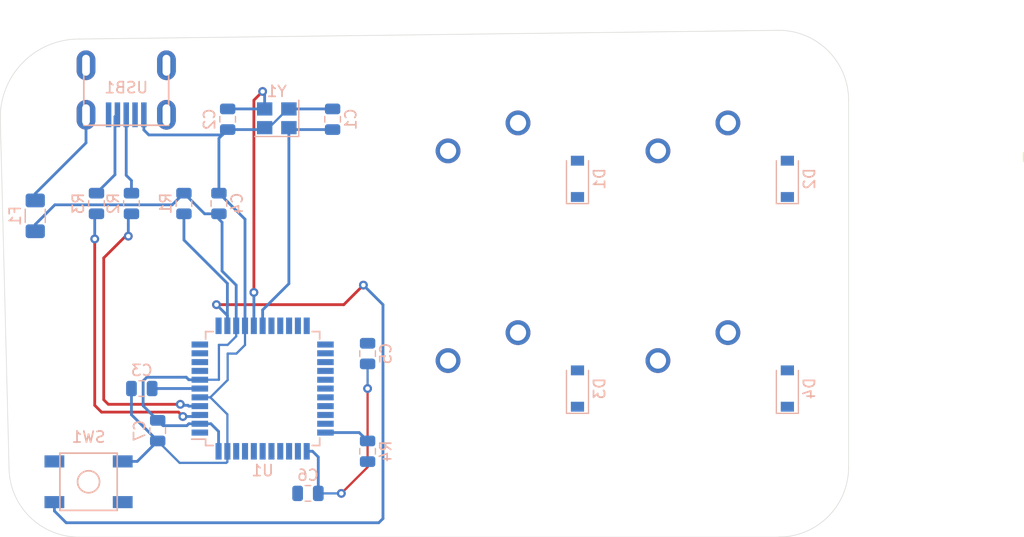
<source format=kicad_pcb>
(kicad_pcb (version 20171130) (host pcbnew "(5.1.5)-3")

  (general
    (thickness 1.6)
    (drawings 10)
    (tracks 140)
    (zones 0)
    (modules 24)
    (nets 49)
  )

  (page A4)
  (layers
    (0 F.Cu signal)
    (31 B.Cu signal)
    (32 B.Adhes user)
    (33 F.Adhes user)
    (34 B.Paste user)
    (35 F.Paste user)
    (36 B.SilkS user)
    (37 F.SilkS user)
    (38 B.Mask user)
    (39 F.Mask user)
    (40 Dwgs.User user)
    (41 Cmts.User user)
    (42 Eco1.User user)
    (43 Eco2.User user)
    (44 Edge.Cuts user)
    (45 Margin user)
    (46 B.CrtYd user)
    (47 F.CrtYd user)
    (48 B.Fab user)
    (49 F.Fab user)
  )

  (setup
    (last_trace_width 0.2032)
    (user_trace_width 0.2032)
    (trace_clearance 0.2)
    (zone_clearance 0.508)
    (zone_45_only no)
    (trace_min 0.2)
    (via_size 0.8)
    (via_drill 0.4)
    (via_min_size 0.4)
    (via_min_drill 0.3)
    (uvia_size 0.3)
    (uvia_drill 0.1)
    (uvias_allowed no)
    (uvia_min_size 0.2)
    (uvia_min_drill 0.1)
    (edge_width 0.05)
    (segment_width 0.2)
    (pcb_text_width 0.3)
    (pcb_text_size 1.5 1.5)
    (mod_edge_width 0.12)
    (mod_text_size 1 1)
    (mod_text_width 0.15)
    (pad_size 1.524 1.524)
    (pad_drill 0.762)
    (pad_to_mask_clearance 0.051)
    (solder_mask_min_width 0.25)
    (aux_axis_origin 0 0)
    (visible_elements 7FFFFFFF)
    (pcbplotparams
      (layerselection 0x010fc_ffffffff)
      (usegerberextensions false)
      (usegerberattributes false)
      (usegerberadvancedattributes false)
      (creategerberjobfile false)
      (excludeedgelayer true)
      (linewidth 0.100000)
      (plotframeref false)
      (viasonmask false)
      (mode 1)
      (useauxorigin false)
      (hpglpennumber 1)
      (hpglpenspeed 20)
      (hpglpendiameter 15.000000)
      (psnegative false)
      (psa4output false)
      (plotreference true)
      (plotvalue true)
      (plotinvisibletext false)
      (padsonsilk false)
      (subtractmaskfromsilk false)
      (outputformat 1)
      (mirror false)
      (drillshape 1)
      (scaleselection 1)
      (outputdirectory ""))
  )

  (net 0 "")
  (net 1 GND)
  (net 2 "Net-(C1-Pad1)")
  (net 3 "Net-(C2-Pad1)")
  (net 4 "Net-(C3-Pad1)")
  (net 5 +5V)
  (net 6 "Net-(D1-Pad2)")
  (net 7 ROW0)
  (net 8 "Net-(D2-Pad2)")
  (net 9 "Net-(D3-Pad2)")
  (net 10 ROW1)
  (net 11 "Net-(D4-Pad2)")
  (net 12 VCC)
  (net 13 COL0)
  (net 14 COL1)
  (net 15 "Net-(R1-Pad2)")
  (net 16 "Net-(R2-Pad2)")
  (net 17 D+)
  (net 18 "Net-(R3-Pad2)")
  (net 19 D-)
  (net 20 "Net-(R4-Pad2)")
  (net 21 "Net-(U1-Pad42)")
  (net 22 "Net-(U1-Pad41)")
  (net 23 "Net-(U1-Pad40)")
  (net 24 "Net-(U1-Pad39)")
  (net 25 "Net-(U1-Pad38)")
  (net 26 "Net-(U1-Pad37)")
  (net 27 "Net-(U1-Pad36)")
  (net 28 "Net-(U1-Pad32)")
  (net 29 "Net-(U1-Pad31)")
  (net 30 "Net-(U1-Pad30)")
  (net 31 "Net-(U1-Pad29)")
  (net 32 "Net-(U1-Pad28)")
  (net 33 "Net-(U1-Pad27)")
  (net 34 "Net-(U1-Pad26)")
  (net 35 "Net-(U1-Pad25)")
  (net 36 "Net-(U1-Pad22)")
  (net 37 "Net-(U1-Pad21)")
  (net 38 "Net-(U1-Pad20)")
  (net 39 "Net-(U1-Pad19)")
  (net 40 "Net-(U1-Pad18)")
  (net 41 "Net-(U1-Pad12)")
  (net 42 "Net-(U1-Pad11)")
  (net 43 "Net-(U1-Pad10)")
  (net 44 "Net-(U1-Pad9)")
  (net 45 "Net-(U1-Pad8)")
  (net 46 "Net-(U1-Pad1)")
  (net 47 "Net-(USB1-Pad5)")
  (net 48 "Net-(USB1-Pad2)")

  (net_class Default "This is the default net class."
    (clearance 0.2)
    (trace_width 0.254)
    (via_dia 0.8)
    (via_drill 0.4)
    (uvia_dia 0.3)
    (uvia_drill 0.1)
    (add_net +5V)
    (add_net COL0)
    (add_net COL1)
    (add_net D+)
    (add_net D-)
    (add_net GND)
    (add_net "Net-(C1-Pad1)")
    (add_net "Net-(C2-Pad1)")
    (add_net "Net-(C3-Pad1)")
    (add_net "Net-(D1-Pad2)")
    (add_net "Net-(D2-Pad2)")
    (add_net "Net-(D3-Pad2)")
    (add_net "Net-(D4-Pad2)")
    (add_net "Net-(R1-Pad2)")
    (add_net "Net-(R2-Pad2)")
    (add_net "Net-(R3-Pad2)")
    (add_net "Net-(R4-Pad2)")
    (add_net "Net-(U1-Pad1)")
    (add_net "Net-(U1-Pad10)")
    (add_net "Net-(U1-Pad11)")
    (add_net "Net-(U1-Pad12)")
    (add_net "Net-(U1-Pad18)")
    (add_net "Net-(U1-Pad19)")
    (add_net "Net-(U1-Pad20)")
    (add_net "Net-(U1-Pad21)")
    (add_net "Net-(U1-Pad22)")
    (add_net "Net-(U1-Pad25)")
    (add_net "Net-(U1-Pad26)")
    (add_net "Net-(U1-Pad27)")
    (add_net "Net-(U1-Pad28)")
    (add_net "Net-(U1-Pad29)")
    (add_net "Net-(U1-Pad30)")
    (add_net "Net-(U1-Pad31)")
    (add_net "Net-(U1-Pad32)")
    (add_net "Net-(U1-Pad36)")
    (add_net "Net-(U1-Pad37)")
    (add_net "Net-(U1-Pad38)")
    (add_net "Net-(U1-Pad39)")
    (add_net "Net-(U1-Pad40)")
    (add_net "Net-(U1-Pad41)")
    (add_net "Net-(U1-Pad42)")
    (add_net "Net-(U1-Pad8)")
    (add_net "Net-(U1-Pad9)")
    (add_net "Net-(USB1-Pad2)")
    (add_net "Net-(USB1-Pad5)")
    (add_net ROW0)
    (add_net ROW1)
    (add_net VCC)
  )

  (net_class Power ""
    (clearance 0.2)
    (trace_width 0.381)
    (via_dia 0.8)
    (via_drill 0.4)
    (uvia_dia 0.3)
    (uvia_drill 0.1)
  )

  (module Crystal:Crystal_SMD_3225-4Pin_3.2x2.5mm (layer B.Cu) (tedit 5A0FD1B2) (tstamp 5E74E5F3)
    (at 188.60625 131.025 180)
    (descr "SMD Crystal SERIES SMD3225/4 http://www.txccrystal.com/images/pdf/7m-accuracy.pdf, 3.2x2.5mm^2 package")
    (tags "SMD SMT crystal")
    (path /5E755EF1)
    (attr smd)
    (fp_text reference Y1 (at 0 2.45) (layer B.SilkS)
      (effects (font (size 1 1) (thickness 0.15)) (justify mirror))
    )
    (fp_text value 16Mhz (at 0 -2.45) (layer B.Fab)
      (effects (font (size 1 1) (thickness 0.15)) (justify mirror))
    )
    (fp_line (start 2.1 1.7) (end -2.1 1.7) (layer B.CrtYd) (width 0.05))
    (fp_line (start 2.1 -1.7) (end 2.1 1.7) (layer B.CrtYd) (width 0.05))
    (fp_line (start -2.1 -1.7) (end 2.1 -1.7) (layer B.CrtYd) (width 0.05))
    (fp_line (start -2.1 1.7) (end -2.1 -1.7) (layer B.CrtYd) (width 0.05))
    (fp_line (start -2 -1.65) (end 2 -1.65) (layer B.SilkS) (width 0.12))
    (fp_line (start -2 1.65) (end -2 -1.65) (layer B.SilkS) (width 0.12))
    (fp_line (start -1.6 -0.25) (end -0.6 -1.25) (layer B.Fab) (width 0.1))
    (fp_line (start 1.6 1.25) (end -1.6 1.25) (layer B.Fab) (width 0.1))
    (fp_line (start 1.6 -1.25) (end 1.6 1.25) (layer B.Fab) (width 0.1))
    (fp_line (start -1.6 -1.25) (end 1.6 -1.25) (layer B.Fab) (width 0.1))
    (fp_line (start -1.6 1.25) (end -1.6 -1.25) (layer B.Fab) (width 0.1))
    (fp_text user %R (at 0 0 180) (layer F.Fab)
      (effects (font (size 0.7 0.7) (thickness 0.105)))
    )
    (pad 4 smd rect (at -1.1 0.85 180) (size 1.4 1.2) (layers B.Cu B.Paste B.Mask)
      (net 1 GND))
    (pad 3 smd rect (at 1.1 0.85 180) (size 1.4 1.2) (layers B.Cu B.Paste B.Mask)
      (net 3 "Net-(C2-Pad1)"))
    (pad 2 smd rect (at 1.1 -0.85 180) (size 1.4 1.2) (layers B.Cu B.Paste B.Mask)
      (net 1 GND))
    (pad 1 smd rect (at -1.1 -0.85 180) (size 1.4 1.2) (layers B.Cu B.Paste B.Mask)
      (net 2 "Net-(C1-Pad1)"))
    (model ${KISYS3DMOD}/Crystal.3dshapes/Crystal_SMD_3225-4Pin_3.2x2.5mm.wrl
      (at (xyz 0 0 0))
      (scale (xyz 1 1 1))
      (rotate (xyz 0 0 0))
    )
  )

  (module random-keyboard-parts:Molex-0548190589 (layer B.Cu) (tedit 5C494815) (tstamp 5E74E5DF)
    (at 174.94375 126.20625 270)
    (path /5E782A86)
    (attr smd)
    (fp_text reference USB1 (at 2.032 0 180) (layer B.SilkS)
      (effects (font (size 1 1) (thickness 0.15)) (justify mirror))
    )
    (fp_text value Molex-0548190589 (at -5.08 0 180) (layer Dwgs.User)
      (effects (font (size 1 1) (thickness 0.15)))
    )
    (fp_text user %R (at 2 0 180) (layer B.CrtYd)
      (effects (font (size 1 1) (thickness 0.15)) (justify mirror))
    )
    (fp_line (start 3.25 1.25) (end 5.5 1.25) (layer B.CrtYd) (width 0.15))
    (fp_line (start 5.5 0.5) (end 3.25 0.5) (layer B.CrtYd) (width 0.15))
    (fp_line (start 3.25 -0.5) (end 5.5 -0.5) (layer B.CrtYd) (width 0.15))
    (fp_line (start 5.5 -1.25) (end 3.25 -1.25) (layer B.CrtYd) (width 0.15))
    (fp_line (start 3.25 -2) (end 5.5 -2) (layer B.CrtYd) (width 0.15))
    (fp_line (start 3.25 2) (end 3.25 -2) (layer B.CrtYd) (width 0.15))
    (fp_line (start 5.5 2) (end 3.25 2) (layer B.CrtYd) (width 0.15))
    (fp_line (start -3.75 -3.75) (end -3.75 3.75) (layer B.CrtYd) (width 0.15))
    (fp_line (start 5.5 -3.75) (end -3.75 -3.75) (layer B.CrtYd) (width 0.15))
    (fp_line (start 5.5 3.75) (end 5.5 -3.75) (layer B.CrtYd) (width 0.15))
    (fp_line (start -3.75 3.75) (end 5.5 3.75) (layer B.CrtYd) (width 0.15))
    (fp_line (start 0 3.85) (end 5.45 3.85) (layer B.SilkS) (width 0.15))
    (fp_line (start 0 -3.85) (end 5.45 -3.85) (layer B.SilkS) (width 0.15))
    (fp_line (start 5.45 3.85) (end 5.45 -3.85) (layer B.SilkS) (width 0.15))
    (fp_line (start -3.75 3.85) (end 0 3.85) (layer Dwgs.User) (width 0.15))
    (fp_line (start -3.75 -3.85) (end 0 -3.85) (layer Dwgs.User) (width 0.15))
    (fp_line (start -1.75 4.572) (end -1.75 -4.572) (layer Dwgs.User) (width 0.15))
    (fp_line (start -3.75 3.85) (end -3.75 -3.85) (layer Dwgs.User) (width 0.15))
    (pad 6 thru_hole oval (at 0 3.65 270) (size 2.7 1.7) (drill oval 1.9 0.7) (layers *.Cu *.Mask)
      (net 12 VCC))
    (pad 6 thru_hole oval (at 0 -3.65 270) (size 2.7 1.7) (drill oval 1.9 0.7) (layers *.Cu *.Mask)
      (net 12 VCC))
    (pad 6 thru_hole oval (at 4.5 -3.65 270) (size 2.7 1.7) (drill oval 1.9 0.7) (layers *.Cu *.Mask)
      (net 12 VCC))
    (pad 6 thru_hole oval (at 4.5 3.65 270) (size 2.7 1.7) (drill oval 1.9 0.7) (layers *.Cu *.Mask)
      (net 12 VCC))
    (pad 5 smd rect (at 4.5 1.6 270) (size 2.25 0.5) (layers B.Cu B.Paste B.Mask)
      (net 47 "Net-(USB1-Pad5)"))
    (pad 4 smd rect (at 4.5 0.8 270) (size 2.25 0.5) (layers B.Cu B.Paste B.Mask)
      (net 19 D-))
    (pad 3 smd rect (at 4.5 0 270) (size 2.25 0.5) (layers B.Cu B.Paste B.Mask)
      (net 17 D+))
    (pad 2 smd rect (at 4.5 -0.8 270) (size 2.25 0.5) (layers B.Cu B.Paste B.Mask)
      (net 48 "Net-(USB1-Pad2)"))
    (pad 1 smd rect (at 4.5 -1.6 270) (size 2.25 0.5) (layers B.Cu B.Paste B.Mask)
      (net 1 GND))
  )

  (module Package_QFP:TQFP-44_10x10mm_P0.8mm (layer B.Cu) (tedit 5A02F146) (tstamp 5E74F671)
    (at 187.325 155.575)
    (descr "44-Lead Plastic Thin Quad Flatpack (PT) - 10x10x1.0 mm Body [TQFP] (see Microchip Packaging Specification 00000049BS.pdf)")
    (tags "QFP 0.8")
    (path /5E7458E4)
    (attr smd)
    (fp_text reference U1 (at 0 7.45) (layer B.SilkS)
      (effects (font (size 1 1) (thickness 0.15)) (justify mirror))
    )
    (fp_text value ATmega32U4-AU (at 0 -7.45) (layer B.Fab)
      (effects (font (size 1 1) (thickness 0.15)) (justify mirror))
    )
    (fp_line (start -5.175 4.6) (end -6.45 4.6) (layer B.SilkS) (width 0.15))
    (fp_line (start 5.175 5.175) (end 4.5 5.175) (layer B.SilkS) (width 0.15))
    (fp_line (start 5.175 -5.175) (end 4.5 -5.175) (layer B.SilkS) (width 0.15))
    (fp_line (start -5.175 -5.175) (end -4.5 -5.175) (layer B.SilkS) (width 0.15))
    (fp_line (start -5.175 5.175) (end -4.5 5.175) (layer B.SilkS) (width 0.15))
    (fp_line (start -5.175 -5.175) (end -5.175 -4.5) (layer B.SilkS) (width 0.15))
    (fp_line (start 5.175 -5.175) (end 5.175 -4.5) (layer B.SilkS) (width 0.15))
    (fp_line (start 5.175 5.175) (end 5.175 4.5) (layer B.SilkS) (width 0.15))
    (fp_line (start -5.175 5.175) (end -5.175 4.6) (layer B.SilkS) (width 0.15))
    (fp_line (start -6.7 -6.7) (end 6.7 -6.7) (layer B.CrtYd) (width 0.05))
    (fp_line (start -6.7 6.7) (end 6.7 6.7) (layer B.CrtYd) (width 0.05))
    (fp_line (start 6.7 6.7) (end 6.7 -6.7) (layer B.CrtYd) (width 0.05))
    (fp_line (start -6.7 6.7) (end -6.7 -6.7) (layer B.CrtYd) (width 0.05))
    (fp_line (start -5 4) (end -4 5) (layer B.Fab) (width 0.15))
    (fp_line (start -5 -5) (end -5 4) (layer B.Fab) (width 0.15))
    (fp_line (start 5 -5) (end -5 -5) (layer B.Fab) (width 0.15))
    (fp_line (start 5 5) (end 5 -5) (layer B.Fab) (width 0.15))
    (fp_line (start -4 5) (end 5 5) (layer B.Fab) (width 0.15))
    (fp_text user %R (at 0 0) (layer F.Fab)
      (effects (font (size 1 1) (thickness 0.15)))
    )
    (pad 44 smd rect (at -4 5.7 270) (size 1.5 0.55) (layers B.Cu B.Paste B.Mask)
      (net 5 +5V))
    (pad 43 smd rect (at -3.2 5.7 270) (size 1.5 0.55) (layers B.Cu B.Paste B.Mask)
      (net 1 GND))
    (pad 42 smd rect (at -2.4 5.7 270) (size 1.5 0.55) (layers B.Cu B.Paste B.Mask)
      (net 21 "Net-(U1-Pad42)"))
    (pad 41 smd rect (at -1.6 5.7 270) (size 1.5 0.55) (layers B.Cu B.Paste B.Mask)
      (net 22 "Net-(U1-Pad41)"))
    (pad 40 smd rect (at -0.8 5.7 270) (size 1.5 0.55) (layers B.Cu B.Paste B.Mask)
      (net 23 "Net-(U1-Pad40)"))
    (pad 39 smd rect (at 0 5.7 270) (size 1.5 0.55) (layers B.Cu B.Paste B.Mask)
      (net 24 "Net-(U1-Pad39)"))
    (pad 38 smd rect (at 0.8 5.7 270) (size 1.5 0.55) (layers B.Cu B.Paste B.Mask)
      (net 25 "Net-(U1-Pad38)"))
    (pad 37 smd rect (at 1.6 5.7 270) (size 1.5 0.55) (layers B.Cu B.Paste B.Mask)
      (net 26 "Net-(U1-Pad37)"))
    (pad 36 smd rect (at 2.4 5.7 270) (size 1.5 0.55) (layers B.Cu B.Paste B.Mask)
      (net 27 "Net-(U1-Pad36)"))
    (pad 35 smd rect (at 3.2 5.7 270) (size 1.5 0.55) (layers B.Cu B.Paste B.Mask)
      (net 1 GND))
    (pad 34 smd rect (at 4 5.7 270) (size 1.5 0.55) (layers B.Cu B.Paste B.Mask)
      (net 5 +5V))
    (pad 33 smd rect (at 5.7 4) (size 1.5 0.55) (layers B.Cu B.Paste B.Mask)
      (net 20 "Net-(R4-Pad2)"))
    (pad 32 smd rect (at 5.7 3.2) (size 1.5 0.55) (layers B.Cu B.Paste B.Mask)
      (net 28 "Net-(U1-Pad32)"))
    (pad 31 smd rect (at 5.7 2.4) (size 1.5 0.55) (layers B.Cu B.Paste B.Mask)
      (net 29 "Net-(U1-Pad31)"))
    (pad 30 smd rect (at 5.7 1.6) (size 1.5 0.55) (layers B.Cu B.Paste B.Mask)
      (net 30 "Net-(U1-Pad30)"))
    (pad 29 smd rect (at 5.7 0.8) (size 1.5 0.55) (layers B.Cu B.Paste B.Mask)
      (net 31 "Net-(U1-Pad29)"))
    (pad 28 smd rect (at 5.7 0) (size 1.5 0.55) (layers B.Cu B.Paste B.Mask)
      (net 32 "Net-(U1-Pad28)"))
    (pad 27 smd rect (at 5.7 -0.8) (size 1.5 0.55) (layers B.Cu B.Paste B.Mask)
      (net 33 "Net-(U1-Pad27)"))
    (pad 26 smd rect (at 5.7 -1.6) (size 1.5 0.55) (layers B.Cu B.Paste B.Mask)
      (net 34 "Net-(U1-Pad26)"))
    (pad 25 smd rect (at 5.7 -2.4) (size 1.5 0.55) (layers B.Cu B.Paste B.Mask)
      (net 35 "Net-(U1-Pad25)"))
    (pad 24 smd rect (at 5.7 -3.2) (size 1.5 0.55) (layers B.Cu B.Paste B.Mask)
      (net 5 +5V))
    (pad 23 smd rect (at 5.7 -4) (size 1.5 0.55) (layers B.Cu B.Paste B.Mask)
      (net 1 GND))
    (pad 22 smd rect (at 4 -5.7 270) (size 1.5 0.55) (layers B.Cu B.Paste B.Mask)
      (net 36 "Net-(U1-Pad22)"))
    (pad 21 smd rect (at 3.2 -5.7 270) (size 1.5 0.55) (layers B.Cu B.Paste B.Mask)
      (net 37 "Net-(U1-Pad21)"))
    (pad 20 smd rect (at 2.4 -5.7 270) (size 1.5 0.55) (layers B.Cu B.Paste B.Mask)
      (net 38 "Net-(U1-Pad20)"))
    (pad 19 smd rect (at 1.6 -5.7 270) (size 1.5 0.55) (layers B.Cu B.Paste B.Mask)
      (net 39 "Net-(U1-Pad19)"))
    (pad 18 smd rect (at 0.8 -5.7 270) (size 1.5 0.55) (layers B.Cu B.Paste B.Mask)
      (net 40 "Net-(U1-Pad18)"))
    (pad 17 smd rect (at 0 -5.7 270) (size 1.5 0.55) (layers B.Cu B.Paste B.Mask)
      (net 2 "Net-(C1-Pad1)"))
    (pad 16 smd rect (at -0.8 -5.7 270) (size 1.5 0.55) (layers B.Cu B.Paste B.Mask)
      (net 3 "Net-(C2-Pad1)"))
    (pad 15 smd rect (at -1.6 -5.7 270) (size 1.5 0.55) (layers B.Cu B.Paste B.Mask)
      (net 1 GND))
    (pad 14 smd rect (at -2.4 -5.7 270) (size 1.5 0.55) (layers B.Cu B.Paste B.Mask)
      (net 5 +5V))
    (pad 13 smd rect (at -3.2 -5.7 270) (size 1.5 0.55) (layers B.Cu B.Paste B.Mask)
      (net 15 "Net-(R1-Pad2)"))
    (pad 12 smd rect (at -4 -5.7 270) (size 1.5 0.55) (layers B.Cu B.Paste B.Mask)
      (net 41 "Net-(U1-Pad12)"))
    (pad 11 smd rect (at -5.7 -4) (size 1.5 0.55) (layers B.Cu B.Paste B.Mask)
      (net 42 "Net-(U1-Pad11)"))
    (pad 10 smd rect (at -5.7 -3.2) (size 1.5 0.55) (layers B.Cu B.Paste B.Mask)
      (net 43 "Net-(U1-Pad10)"))
    (pad 9 smd rect (at -5.7 -2.4) (size 1.5 0.55) (layers B.Cu B.Paste B.Mask)
      (net 44 "Net-(U1-Pad9)"))
    (pad 8 smd rect (at -5.7 -1.6) (size 1.5 0.55) (layers B.Cu B.Paste B.Mask)
      (net 45 "Net-(U1-Pad8)"))
    (pad 7 smd rect (at -5.7 -0.8) (size 1.5 0.55) (layers B.Cu B.Paste B.Mask)
      (net 5 +5V))
    (pad 6 smd rect (at -5.7 0) (size 1.5 0.55) (layers B.Cu B.Paste B.Mask)
      (net 4 "Net-(C3-Pad1)"))
    (pad 5 smd rect (at -5.7 0.8) (size 1.5 0.55) (layers B.Cu B.Paste B.Mask)
      (net 1 GND))
    (pad 4 smd rect (at -5.7 1.6) (size 1.5 0.55) (layers B.Cu B.Paste B.Mask)
      (net 16 "Net-(R2-Pad2)"))
    (pad 3 smd rect (at -5.7 2.4) (size 1.5 0.55) (layers B.Cu B.Paste B.Mask)
      (net 18 "Net-(R3-Pad2)"))
    (pad 2 smd rect (at -5.7 3.2) (size 1.5 0.55) (layers B.Cu B.Paste B.Mask)
      (net 5 +5V))
    (pad 1 smd rect (at -5.7 4) (size 1.5 0.55) (layers B.Cu B.Paste B.Mask)
      (net 46 "Net-(U1-Pad1)"))
    (model ${KISYS3DMOD}/Package_QFP.3dshapes/TQFP-44_10x10mm_P0.8mm.wrl
      (at (xyz 0 0 0))
      (scale (xyz 1 1 1))
      (rotate (xyz 0 0 0))
    )
  )

  (module random-keyboard-parts:SKQG-1155865 (layer B.Cu) (tedit 5C42C5DE) (tstamp 5E74E57C)
    (at 171.525 164.04375)
    (path /5E76291E)
    (attr smd)
    (fp_text reference SW1 (at 0 -4.064) (layer B.SilkS)
      (effects (font (size 1 1) (thickness 0.15)) (justify mirror))
    )
    (fp_text value SW_Push (at 0 4.064) (layer B.Fab)
      (effects (font (size 1 1) (thickness 0.15)) (justify mirror))
    )
    (fp_line (start -2.6 2.6) (end 2.6 2.6) (layer B.SilkS) (width 0.15))
    (fp_line (start 2.6 2.6) (end 2.6 -2.6) (layer B.SilkS) (width 0.15))
    (fp_line (start 2.6 -2.6) (end -2.6 -2.6) (layer B.SilkS) (width 0.15))
    (fp_line (start -2.6 -2.6) (end -2.6 2.6) (layer B.SilkS) (width 0.15))
    (fp_circle (center 0 0) (end 1 0) (layer B.SilkS) (width 0.15))
    (fp_line (start -4.2 2.6) (end 4.2 2.6) (layer B.Fab) (width 0.15))
    (fp_line (start 4.2 2.6) (end 4.2 1.2) (layer B.Fab) (width 0.15))
    (fp_line (start 4.2 1.1) (end 2.6 1.1) (layer B.Fab) (width 0.15))
    (fp_line (start 2.6 1.1) (end 2.6 -1.1) (layer B.Fab) (width 0.15))
    (fp_line (start 2.6 -1.1) (end 4.2 -1.1) (layer B.Fab) (width 0.15))
    (fp_line (start 4.2 -1.1) (end 4.2 -2.6) (layer B.Fab) (width 0.15))
    (fp_line (start 4.2 -2.6) (end -4.2 -2.6) (layer B.Fab) (width 0.15))
    (fp_line (start -4.2 -2.6) (end -4.2 -1.1) (layer B.Fab) (width 0.15))
    (fp_line (start -4.2 -1.1) (end -2.6 -1.1) (layer B.Fab) (width 0.15))
    (fp_line (start -2.6 -1.1) (end -2.6 1.1) (layer B.Fab) (width 0.15))
    (fp_line (start -2.6 1.1) (end -4.2 1.1) (layer B.Fab) (width 0.15))
    (fp_line (start -4.2 1.1) (end -4.2 2.6) (layer B.Fab) (width 0.15))
    (fp_circle (center 0 0) (end 1 0) (layer B.Fab) (width 0.15))
    (fp_line (start -2.6 1.1) (end -1.1 2.6) (layer B.Fab) (width 0.15))
    (fp_line (start 2.6 1.1) (end 1.1 2.6) (layer B.Fab) (width 0.15))
    (fp_line (start 2.6 -1.1) (end 1.1 -2.6) (layer B.Fab) (width 0.15))
    (fp_line (start -2.6 -1.1) (end -1.1 -2.6) (layer B.Fab) (width 0.15))
    (pad 4 smd rect (at -3.1 -1.85) (size 1.8 1.1) (layers B.Cu B.Paste B.Mask))
    (pad 3 smd rect (at 3.1 1.85) (size 1.8 1.1) (layers B.Cu B.Paste B.Mask))
    (pad 2 smd rect (at -3.1 1.85) (size 1.8 1.1) (layers B.Cu B.Paste B.Mask)
      (net 15 "Net-(R1-Pad2)"))
    (pad 1 smd rect (at 3.1 -1.85) (size 1.8 1.1) (layers B.Cu B.Paste B.Mask)
      (net 1 GND))
  )

  (module Resistor_SMD:R_0805_2012Metric (layer B.Cu) (tedit 5B36C52B) (tstamp 5E74E55E)
    (at 196.85 161.275 90)
    (descr "Resistor SMD 0805 (2012 Metric), square (rectangular) end terminal, IPC_7351 nominal, (Body size source: https://docs.google.com/spreadsheets/d/1BsfQQcO9C6DZCsRaXUlFlo91Tg2WpOkGARC1WS5S8t0/edit?usp=sharing), generated with kicad-footprint-generator")
    (tags resistor)
    (path /5E74BEE0)
    (attr smd)
    (fp_text reference R4 (at 0 1.65 90) (layer B.SilkS)
      (effects (font (size 1 1) (thickness 0.15)) (justify mirror))
    )
    (fp_text value 10k (at 0 -1.65 90) (layer B.Fab)
      (effects (font (size 1 1) (thickness 0.15)) (justify mirror))
    )
    (fp_text user %R (at 0 0 90) (layer B.Fab)
      (effects (font (size 0.5 0.5) (thickness 0.08)) (justify mirror))
    )
    (fp_line (start 1.68 -0.95) (end -1.68 -0.95) (layer B.CrtYd) (width 0.05))
    (fp_line (start 1.68 0.95) (end 1.68 -0.95) (layer B.CrtYd) (width 0.05))
    (fp_line (start -1.68 0.95) (end 1.68 0.95) (layer B.CrtYd) (width 0.05))
    (fp_line (start -1.68 -0.95) (end -1.68 0.95) (layer B.CrtYd) (width 0.05))
    (fp_line (start -0.258578 -0.71) (end 0.258578 -0.71) (layer B.SilkS) (width 0.12))
    (fp_line (start -0.258578 0.71) (end 0.258578 0.71) (layer B.SilkS) (width 0.12))
    (fp_line (start 1 -0.6) (end -1 -0.6) (layer B.Fab) (width 0.1))
    (fp_line (start 1 0.6) (end 1 -0.6) (layer B.Fab) (width 0.1))
    (fp_line (start -1 0.6) (end 1 0.6) (layer B.Fab) (width 0.1))
    (fp_line (start -1 -0.6) (end -1 0.6) (layer B.Fab) (width 0.1))
    (pad 2 smd roundrect (at 0.9375 0 90) (size 0.975 1.4) (layers B.Cu B.Paste B.Mask) (roundrect_rratio 0.25)
      (net 20 "Net-(R4-Pad2)"))
    (pad 1 smd roundrect (at -0.9375 0 90) (size 0.975 1.4) (layers B.Cu B.Paste B.Mask) (roundrect_rratio 0.25)
      (net 1 GND))
    (model ${KISYS3DMOD}/Resistor_SMD.3dshapes/R_0805_2012Metric.wrl
      (at (xyz 0 0 0))
      (scale (xyz 1 1 1))
      (rotate (xyz 0 0 0))
    )
  )

  (module Resistor_SMD:R_0805_2012Metric (layer B.Cu) (tedit 5B36C52B) (tstamp 5E74E54D)
    (at 172.24375 138.7625 270)
    (descr "Resistor SMD 0805 (2012 Metric), square (rectangular) end terminal, IPC_7351 nominal, (Body size source: https://docs.google.com/spreadsheets/d/1BsfQQcO9C6DZCsRaXUlFlo91Tg2WpOkGARC1WS5S8t0/edit?usp=sharing), generated with kicad-footprint-generator")
    (tags resistor)
    (path /5E76DF04)
    (attr smd)
    (fp_text reference R3 (at 0 1.65 90) (layer B.SilkS)
      (effects (font (size 1 1) (thickness 0.15)) (justify mirror))
    )
    (fp_text value 22 (at 0 -1.65 90) (layer B.Fab)
      (effects (font (size 1 1) (thickness 0.15)) (justify mirror))
    )
    (fp_text user %R (at 0 0 90) (layer B.Fab)
      (effects (font (size 0.5 0.5) (thickness 0.08)) (justify mirror))
    )
    (fp_line (start 1.68 -0.95) (end -1.68 -0.95) (layer B.CrtYd) (width 0.05))
    (fp_line (start 1.68 0.95) (end 1.68 -0.95) (layer B.CrtYd) (width 0.05))
    (fp_line (start -1.68 0.95) (end 1.68 0.95) (layer B.CrtYd) (width 0.05))
    (fp_line (start -1.68 -0.95) (end -1.68 0.95) (layer B.CrtYd) (width 0.05))
    (fp_line (start -0.258578 -0.71) (end 0.258578 -0.71) (layer B.SilkS) (width 0.12))
    (fp_line (start -0.258578 0.71) (end 0.258578 0.71) (layer B.SilkS) (width 0.12))
    (fp_line (start 1 -0.6) (end -1 -0.6) (layer B.Fab) (width 0.1))
    (fp_line (start 1 0.6) (end 1 -0.6) (layer B.Fab) (width 0.1))
    (fp_line (start -1 0.6) (end 1 0.6) (layer B.Fab) (width 0.1))
    (fp_line (start -1 -0.6) (end -1 0.6) (layer B.Fab) (width 0.1))
    (pad 2 smd roundrect (at 0.9375 0 270) (size 0.975 1.4) (layers B.Cu B.Paste B.Mask) (roundrect_rratio 0.25)
      (net 18 "Net-(R3-Pad2)"))
    (pad 1 smd roundrect (at -0.9375 0 270) (size 0.975 1.4) (layers B.Cu B.Paste B.Mask) (roundrect_rratio 0.25)
      (net 19 D-))
    (model ${KISYS3DMOD}/Resistor_SMD.3dshapes/R_0805_2012Metric.wrl
      (at (xyz 0 0 0))
      (scale (xyz 1 1 1))
      (rotate (xyz 0 0 0))
    )
  )

  (module Resistor_SMD:R_0805_2012Metric (layer B.Cu) (tedit 5B36C52B) (tstamp 5E74FED5)
    (at 175.41875 138.7625 270)
    (descr "Resistor SMD 0805 (2012 Metric), square (rectangular) end terminal, IPC_7351 nominal, (Body size source: https://docs.google.com/spreadsheets/d/1BsfQQcO9C6DZCsRaXUlFlo91Tg2WpOkGARC1WS5S8t0/edit?usp=sharing), generated with kicad-footprint-generator")
    (tags resistor)
    (path /5E76D4DE)
    (attr smd)
    (fp_text reference R2 (at 0 1.65 90) (layer B.SilkS)
      (effects (font (size 1 1) (thickness 0.15)) (justify mirror))
    )
    (fp_text value 22 (at 0 -1.65 90) (layer B.Fab)
      (effects (font (size 1 1) (thickness 0.15)) (justify mirror))
    )
    (fp_text user %R (at 0 0 90) (layer B.Fab)
      (effects (font (size 0.5 0.5) (thickness 0.08)) (justify mirror))
    )
    (fp_line (start 1.68 -0.95) (end -1.68 -0.95) (layer B.CrtYd) (width 0.05))
    (fp_line (start 1.68 0.95) (end 1.68 -0.95) (layer B.CrtYd) (width 0.05))
    (fp_line (start -1.68 0.95) (end 1.68 0.95) (layer B.CrtYd) (width 0.05))
    (fp_line (start -1.68 -0.95) (end -1.68 0.95) (layer B.CrtYd) (width 0.05))
    (fp_line (start -0.258578 -0.71) (end 0.258578 -0.71) (layer B.SilkS) (width 0.12))
    (fp_line (start -0.258578 0.71) (end 0.258578 0.71) (layer B.SilkS) (width 0.12))
    (fp_line (start 1 -0.6) (end -1 -0.6) (layer B.Fab) (width 0.1))
    (fp_line (start 1 0.6) (end 1 -0.6) (layer B.Fab) (width 0.1))
    (fp_line (start -1 0.6) (end 1 0.6) (layer B.Fab) (width 0.1))
    (fp_line (start -1 -0.6) (end -1 0.6) (layer B.Fab) (width 0.1))
    (pad 2 smd roundrect (at 0.9375 0 270) (size 0.975 1.4) (layers B.Cu B.Paste B.Mask) (roundrect_rratio 0.25)
      (net 16 "Net-(R2-Pad2)"))
    (pad 1 smd roundrect (at -0.9375 0 270) (size 0.975 1.4) (layers B.Cu B.Paste B.Mask) (roundrect_rratio 0.25)
      (net 17 D+))
    (model ${KISYS3DMOD}/Resistor_SMD.3dshapes/R_0805_2012Metric.wrl
      (at (xyz 0 0 0))
      (scale (xyz 1 1 1))
      (rotate (xyz 0 0 0))
    )
  )

  (module Resistor_SMD:R_0805_2012Metric (layer B.Cu) (tedit 5B36C52B) (tstamp 5E74E52B)
    (at 180.18125 138.7625 270)
    (descr "Resistor SMD 0805 (2012 Metric), square (rectangular) end terminal, IPC_7351 nominal, (Body size source: https://docs.google.com/spreadsheets/d/1BsfQQcO9C6DZCsRaXUlFlo91Tg2WpOkGARC1WS5S8t0/edit?usp=sharing), generated with kicad-footprint-generator")
    (tags resistor)
    (path /5E76474C)
    (attr smd)
    (fp_text reference R1 (at 0 1.65 90) (layer B.SilkS)
      (effects (font (size 1 1) (thickness 0.15)) (justify mirror))
    )
    (fp_text value 10k (at 0 -1.65 90) (layer B.Fab)
      (effects (font (size 1 1) (thickness 0.15)) (justify mirror))
    )
    (fp_text user %R (at 0 0 90) (layer B.Fab)
      (effects (font (size 0.5 0.5) (thickness 0.08)) (justify mirror))
    )
    (fp_line (start 1.68 -0.95) (end -1.68 -0.95) (layer B.CrtYd) (width 0.05))
    (fp_line (start 1.68 0.95) (end 1.68 -0.95) (layer B.CrtYd) (width 0.05))
    (fp_line (start -1.68 0.95) (end 1.68 0.95) (layer B.CrtYd) (width 0.05))
    (fp_line (start -1.68 -0.95) (end -1.68 0.95) (layer B.CrtYd) (width 0.05))
    (fp_line (start -0.258578 -0.71) (end 0.258578 -0.71) (layer B.SilkS) (width 0.12))
    (fp_line (start -0.258578 0.71) (end 0.258578 0.71) (layer B.SilkS) (width 0.12))
    (fp_line (start 1 -0.6) (end -1 -0.6) (layer B.Fab) (width 0.1))
    (fp_line (start 1 0.6) (end 1 -0.6) (layer B.Fab) (width 0.1))
    (fp_line (start -1 0.6) (end 1 0.6) (layer B.Fab) (width 0.1))
    (fp_line (start -1 -0.6) (end -1 0.6) (layer B.Fab) (width 0.1))
    (pad 2 smd roundrect (at 0.9375 0 270) (size 0.975 1.4) (layers B.Cu B.Paste B.Mask) (roundrect_rratio 0.25)
      (net 15 "Net-(R1-Pad2)"))
    (pad 1 smd roundrect (at -0.9375 0 270) (size 0.975 1.4) (layers B.Cu B.Paste B.Mask) (roundrect_rratio 0.25)
      (net 5 +5V))
    (model ${KISYS3DMOD}/Resistor_SMD.3dshapes/R_0805_2012Metric.wrl
      (at (xyz 0 0 0))
      (scale (xyz 1 1 1))
      (rotate (xyz 0 0 0))
    )
  )

  (module MX_Only:MXOnly-1U-NoLED (layer F.Cu) (tedit 5BD3C6C7) (tstamp 5E74E51A)
    (at 227.0125 155.575)
    (path /5E78DC7A)
    (fp_text reference MX4 (at 0 3.175) (layer Dwgs.User)
      (effects (font (size 1 1) (thickness 0.15)))
    )
    (fp_text value MX-NoLED (at 0 -7.9375) (layer Dwgs.User)
      (effects (font (size 1 1) (thickness 0.15)))
    )
    (fp_line (start 5 -7) (end 7 -7) (layer Dwgs.User) (width 0.15))
    (fp_line (start 7 -7) (end 7 -5) (layer Dwgs.User) (width 0.15))
    (fp_line (start 5 7) (end 7 7) (layer Dwgs.User) (width 0.15))
    (fp_line (start 7 7) (end 7 5) (layer Dwgs.User) (width 0.15))
    (fp_line (start -7 5) (end -7 7) (layer Dwgs.User) (width 0.15))
    (fp_line (start -7 7) (end -5 7) (layer Dwgs.User) (width 0.15))
    (fp_line (start -5 -7) (end -7 -7) (layer Dwgs.User) (width 0.15))
    (fp_line (start -7 -7) (end -7 -5) (layer Dwgs.User) (width 0.15))
    (fp_line (start -9.525 -9.525) (end 9.525 -9.525) (layer Dwgs.User) (width 0.15))
    (fp_line (start 9.525 -9.525) (end 9.525 9.525) (layer Dwgs.User) (width 0.15))
    (fp_line (start 9.525 9.525) (end -9.525 9.525) (layer Dwgs.User) (width 0.15))
    (fp_line (start -9.525 9.525) (end -9.525 -9.525) (layer Dwgs.User) (width 0.15))
    (pad 2 thru_hole circle (at 2.54 -5.08) (size 2.25 2.25) (drill 1.47) (layers *.Cu B.Mask)
      (net 11 "Net-(D4-Pad2)"))
    (pad "" np_thru_hole circle (at 0 0) (size 3.9878 3.9878) (drill 3.9878) (layers *.Cu *.Mask))
    (pad 1 thru_hole circle (at -3.81 -2.54) (size 2.25 2.25) (drill 1.47) (layers *.Cu B.Mask)
      (net 14 COL1))
    (pad "" np_thru_hole circle (at -5.08 0 48.0996) (size 1.75 1.75) (drill 1.75) (layers *.Cu *.Mask))
    (pad "" np_thru_hole circle (at 5.08 0 48.0996) (size 1.75 1.75) (drill 1.75) (layers *.Cu *.Mask))
  )

  (module MX_Only:MXOnly-1U-NoLED (layer F.Cu) (tedit 5BD3C6C7) (tstamp 5E74E505)
    (at 207.9625 155.575)
    (path /5E78D7EC)
    (fp_text reference MX3 (at 0 3.175) (layer Dwgs.User)
      (effects (font (size 1 1) (thickness 0.15)))
    )
    (fp_text value MX-NoLED (at 0 -7.9375) (layer Dwgs.User)
      (effects (font (size 1 1) (thickness 0.15)))
    )
    (fp_line (start 5 -7) (end 7 -7) (layer Dwgs.User) (width 0.15))
    (fp_line (start 7 -7) (end 7 -5) (layer Dwgs.User) (width 0.15))
    (fp_line (start 5 7) (end 7 7) (layer Dwgs.User) (width 0.15))
    (fp_line (start 7 7) (end 7 5) (layer Dwgs.User) (width 0.15))
    (fp_line (start -7 5) (end -7 7) (layer Dwgs.User) (width 0.15))
    (fp_line (start -7 7) (end -5 7) (layer Dwgs.User) (width 0.15))
    (fp_line (start -5 -7) (end -7 -7) (layer Dwgs.User) (width 0.15))
    (fp_line (start -7 -7) (end -7 -5) (layer Dwgs.User) (width 0.15))
    (fp_line (start -9.525 -9.525) (end 9.525 -9.525) (layer Dwgs.User) (width 0.15))
    (fp_line (start 9.525 -9.525) (end 9.525 9.525) (layer Dwgs.User) (width 0.15))
    (fp_line (start 9.525 9.525) (end -9.525 9.525) (layer Dwgs.User) (width 0.15))
    (fp_line (start -9.525 9.525) (end -9.525 -9.525) (layer Dwgs.User) (width 0.15))
    (pad 2 thru_hole circle (at 2.54 -5.08) (size 2.25 2.25) (drill 1.47) (layers *.Cu B.Mask)
      (net 9 "Net-(D3-Pad2)"))
    (pad "" np_thru_hole circle (at 0 0) (size 3.9878 3.9878) (drill 3.9878) (layers *.Cu *.Mask))
    (pad 1 thru_hole circle (at -3.81 -2.54) (size 2.25 2.25) (drill 1.47) (layers *.Cu B.Mask)
      (net 13 COL0))
    (pad "" np_thru_hole circle (at -5.08 0 48.0996) (size 1.75 1.75) (drill 1.75) (layers *.Cu *.Mask))
    (pad "" np_thru_hole circle (at 5.08 0 48.0996) (size 1.75 1.75) (drill 1.75) (layers *.Cu *.Mask))
  )

  (module MX_Only:MXOnly-1U-NoLED (layer F.Cu) (tedit 5BD3C6C7) (tstamp 5E74E4F0)
    (at 227.0125 136.525)
    (path /5E78D318)
    (fp_text reference MX2 (at 0 3.175) (layer Dwgs.User)
      (effects (font (size 1 1) (thickness 0.15)))
    )
    (fp_text value MX-NoLED (at 0 -7.9375) (layer Dwgs.User)
      (effects (font (size 1 1) (thickness 0.15)))
    )
    (fp_line (start 5 -7) (end 7 -7) (layer Dwgs.User) (width 0.15))
    (fp_line (start 7 -7) (end 7 -5) (layer Dwgs.User) (width 0.15))
    (fp_line (start 5 7) (end 7 7) (layer Dwgs.User) (width 0.15))
    (fp_line (start 7 7) (end 7 5) (layer Dwgs.User) (width 0.15))
    (fp_line (start -7 5) (end -7 7) (layer Dwgs.User) (width 0.15))
    (fp_line (start -7 7) (end -5 7) (layer Dwgs.User) (width 0.15))
    (fp_line (start -5 -7) (end -7 -7) (layer Dwgs.User) (width 0.15))
    (fp_line (start -7 -7) (end -7 -5) (layer Dwgs.User) (width 0.15))
    (fp_line (start -9.525 -9.525) (end 9.525 -9.525) (layer Dwgs.User) (width 0.15))
    (fp_line (start 9.525 -9.525) (end 9.525 9.525) (layer Dwgs.User) (width 0.15))
    (fp_line (start 9.525 9.525) (end -9.525 9.525) (layer Dwgs.User) (width 0.15))
    (fp_line (start -9.525 9.525) (end -9.525 -9.525) (layer Dwgs.User) (width 0.15))
    (pad 2 thru_hole circle (at 2.54 -5.08) (size 2.25 2.25) (drill 1.47) (layers *.Cu B.Mask)
      (net 8 "Net-(D2-Pad2)"))
    (pad "" np_thru_hole circle (at 0 0) (size 3.9878 3.9878) (drill 3.9878) (layers *.Cu *.Mask))
    (pad 1 thru_hole circle (at -3.81 -2.54) (size 2.25 2.25) (drill 1.47) (layers *.Cu B.Mask)
      (net 14 COL1))
    (pad "" np_thru_hole circle (at -5.08 0 48.0996) (size 1.75 1.75) (drill 1.75) (layers *.Cu *.Mask))
    (pad "" np_thru_hole circle (at 5.08 0 48.0996) (size 1.75 1.75) (drill 1.75) (layers *.Cu *.Mask))
  )

  (module MX_Only:MXOnly-1U-NoLED (layer F.Cu) (tedit 5BD3C6C7) (tstamp 5E74E4DB)
    (at 207.9625 136.525)
    (path /5E789BA4)
    (fp_text reference MX1 (at 0 3.175) (layer Dwgs.User)
      (effects (font (size 1 1) (thickness 0.15)))
    )
    (fp_text value MX-NoLED (at 0 -7.9375) (layer Dwgs.User)
      (effects (font (size 1 1) (thickness 0.15)))
    )
    (fp_line (start 5 -7) (end 7 -7) (layer Dwgs.User) (width 0.15))
    (fp_line (start 7 -7) (end 7 -5) (layer Dwgs.User) (width 0.15))
    (fp_line (start 5 7) (end 7 7) (layer Dwgs.User) (width 0.15))
    (fp_line (start 7 7) (end 7 5) (layer Dwgs.User) (width 0.15))
    (fp_line (start -7 5) (end -7 7) (layer Dwgs.User) (width 0.15))
    (fp_line (start -7 7) (end -5 7) (layer Dwgs.User) (width 0.15))
    (fp_line (start -5 -7) (end -7 -7) (layer Dwgs.User) (width 0.15))
    (fp_line (start -7 -7) (end -7 -5) (layer Dwgs.User) (width 0.15))
    (fp_line (start -9.525 -9.525) (end 9.525 -9.525) (layer Dwgs.User) (width 0.15))
    (fp_line (start 9.525 -9.525) (end 9.525 9.525) (layer Dwgs.User) (width 0.15))
    (fp_line (start 9.525 9.525) (end -9.525 9.525) (layer Dwgs.User) (width 0.15))
    (fp_line (start -9.525 9.525) (end -9.525 -9.525) (layer Dwgs.User) (width 0.15))
    (pad 2 thru_hole circle (at 2.54 -5.08) (size 2.25 2.25) (drill 1.47) (layers *.Cu B.Mask)
      (net 6 "Net-(D1-Pad2)"))
    (pad "" np_thru_hole circle (at 0 0) (size 3.9878 3.9878) (drill 3.9878) (layers *.Cu *.Mask))
    (pad 1 thru_hole circle (at -3.81 -2.54) (size 2.25 2.25) (drill 1.47) (layers *.Cu B.Mask)
      (net 13 COL0))
    (pad "" np_thru_hole circle (at -5.08 0 48.0996) (size 1.75 1.75) (drill 1.75) (layers *.Cu *.Mask))
    (pad "" np_thru_hole circle (at 5.08 0 48.0996) (size 1.75 1.75) (drill 1.75) (layers *.Cu *.Mask))
  )

  (module Fuse:Fuse_1206_3216Metric (layer B.Cu) (tedit 5B301BBE) (tstamp 5E74E4C6)
    (at 166.6875 139.8875 270)
    (descr "Fuse SMD 1206 (3216 Metric), square (rectangular) end terminal, IPC_7351 nominal, (Body size source: http://www.tortai-tech.com/upload/download/2011102023233369053.pdf), generated with kicad-footprint-generator")
    (tags resistor)
    (path /5E783D82)
    (attr smd)
    (fp_text reference F1 (at 0 1.82 90) (layer B.SilkS)
      (effects (font (size 1 1) (thickness 0.15)) (justify mirror))
    )
    (fp_text value 500mA (at 0 -1.82 90) (layer B.Fab)
      (effects (font (size 1 1) (thickness 0.15)) (justify mirror))
    )
    (fp_text user %R (at 0 0 90) (layer B.Fab)
      (effects (font (size 0.8 0.8) (thickness 0.12)) (justify mirror))
    )
    (fp_line (start 2.28 -1.12) (end -2.28 -1.12) (layer B.CrtYd) (width 0.05))
    (fp_line (start 2.28 1.12) (end 2.28 -1.12) (layer B.CrtYd) (width 0.05))
    (fp_line (start -2.28 1.12) (end 2.28 1.12) (layer B.CrtYd) (width 0.05))
    (fp_line (start -2.28 -1.12) (end -2.28 1.12) (layer B.CrtYd) (width 0.05))
    (fp_line (start -0.602064 -0.91) (end 0.602064 -0.91) (layer B.SilkS) (width 0.12))
    (fp_line (start -0.602064 0.91) (end 0.602064 0.91) (layer B.SilkS) (width 0.12))
    (fp_line (start 1.6 -0.8) (end -1.6 -0.8) (layer B.Fab) (width 0.1))
    (fp_line (start 1.6 0.8) (end 1.6 -0.8) (layer B.Fab) (width 0.1))
    (fp_line (start -1.6 0.8) (end 1.6 0.8) (layer B.Fab) (width 0.1))
    (fp_line (start -1.6 -0.8) (end -1.6 0.8) (layer B.Fab) (width 0.1))
    (pad 2 smd roundrect (at 1.4 0 270) (size 1.25 1.75) (layers B.Cu B.Paste B.Mask) (roundrect_rratio 0.2)
      (net 5 +5V))
    (pad 1 smd roundrect (at -1.4 0 270) (size 1.25 1.75) (layers B.Cu B.Paste B.Mask) (roundrect_rratio 0.2)
      (net 12 VCC))
    (model ${KISYS3DMOD}/Fuse.3dshapes/Fuse_1206_3216Metric.wrl
      (at (xyz 0 0 0))
      (scale (xyz 1 1 1))
      (rotate (xyz 0 0 0))
    )
  )

  (module Diode_SMD:D_SOD-123 (layer B.Cu) (tedit 58645DC7) (tstamp 5E74E4B5)
    (at 234.95 155.575 90)
    (descr SOD-123)
    (tags SOD-123)
    (path /5E792FEE)
    (attr smd)
    (fp_text reference D4 (at 0 2 270) (layer B.SilkS)
      (effects (font (size 1 1) (thickness 0.15)) (justify mirror))
    )
    (fp_text value SOD-123 (at 0 -2.1 270) (layer B.Fab)
      (effects (font (size 1 1) (thickness 0.15)) (justify mirror))
    )
    (fp_line (start -2.25 1) (end 1.65 1) (layer B.SilkS) (width 0.12))
    (fp_line (start -2.25 -1) (end 1.65 -1) (layer B.SilkS) (width 0.12))
    (fp_line (start -2.35 1.15) (end -2.35 -1.15) (layer B.CrtYd) (width 0.05))
    (fp_line (start 2.35 -1.15) (end -2.35 -1.15) (layer B.CrtYd) (width 0.05))
    (fp_line (start 2.35 1.15) (end 2.35 -1.15) (layer B.CrtYd) (width 0.05))
    (fp_line (start -2.35 1.15) (end 2.35 1.15) (layer B.CrtYd) (width 0.05))
    (fp_line (start -1.4 0.9) (end 1.4 0.9) (layer B.Fab) (width 0.1))
    (fp_line (start 1.4 0.9) (end 1.4 -0.9) (layer B.Fab) (width 0.1))
    (fp_line (start 1.4 -0.9) (end -1.4 -0.9) (layer B.Fab) (width 0.1))
    (fp_line (start -1.4 -0.9) (end -1.4 0.9) (layer B.Fab) (width 0.1))
    (fp_line (start -0.75 0) (end -0.35 0) (layer B.Fab) (width 0.1))
    (fp_line (start -0.35 0) (end -0.35 0.55) (layer B.Fab) (width 0.1))
    (fp_line (start -0.35 0) (end -0.35 -0.55) (layer B.Fab) (width 0.1))
    (fp_line (start -0.35 0) (end 0.25 0.4) (layer B.Fab) (width 0.1))
    (fp_line (start 0.25 0.4) (end 0.25 -0.4) (layer B.Fab) (width 0.1))
    (fp_line (start 0.25 -0.4) (end -0.35 0) (layer B.Fab) (width 0.1))
    (fp_line (start 0.25 0) (end 0.75 0) (layer B.Fab) (width 0.1))
    (fp_line (start -2.25 1) (end -2.25 -1) (layer B.SilkS) (width 0.12))
    (fp_text user %R (at 0 2 270) (layer B.Fab)
      (effects (font (size 1 1) (thickness 0.15)) (justify mirror))
    )
    (pad 2 smd rect (at 1.65 0 90) (size 0.9 1.2) (layers B.Cu B.Paste B.Mask)
      (net 11 "Net-(D4-Pad2)"))
    (pad 1 smd rect (at -1.65 0 90) (size 0.9 1.2) (layers B.Cu B.Paste B.Mask)
      (net 10 ROW1))
    (model ${KISYS3DMOD}/Diode_SMD.3dshapes/D_SOD-123.wrl
      (at (xyz 0 0 0))
      (scale (xyz 1 1 1))
      (rotate (xyz 0 0 0))
    )
  )

  (module Diode_SMD:D_SOD-123 (layer B.Cu) (tedit 58645DC7) (tstamp 5E74E49C)
    (at 215.9 155.575 90)
    (descr SOD-123)
    (tags SOD-123)
    (path /5E792BB5)
    (attr smd)
    (fp_text reference D3 (at 0 2 90) (layer B.SilkS)
      (effects (font (size 1 1) (thickness 0.15)) (justify mirror))
    )
    (fp_text value SOD-123 (at 0 -2.1 90) (layer B.Fab)
      (effects (font (size 1 1) (thickness 0.15)) (justify mirror))
    )
    (fp_line (start -2.25 1) (end 1.65 1) (layer B.SilkS) (width 0.12))
    (fp_line (start -2.25 -1) (end 1.65 -1) (layer B.SilkS) (width 0.12))
    (fp_line (start -2.35 1.15) (end -2.35 -1.15) (layer B.CrtYd) (width 0.05))
    (fp_line (start 2.35 -1.15) (end -2.35 -1.15) (layer B.CrtYd) (width 0.05))
    (fp_line (start 2.35 1.15) (end 2.35 -1.15) (layer B.CrtYd) (width 0.05))
    (fp_line (start -2.35 1.15) (end 2.35 1.15) (layer B.CrtYd) (width 0.05))
    (fp_line (start -1.4 0.9) (end 1.4 0.9) (layer B.Fab) (width 0.1))
    (fp_line (start 1.4 0.9) (end 1.4 -0.9) (layer B.Fab) (width 0.1))
    (fp_line (start 1.4 -0.9) (end -1.4 -0.9) (layer B.Fab) (width 0.1))
    (fp_line (start -1.4 -0.9) (end -1.4 0.9) (layer B.Fab) (width 0.1))
    (fp_line (start -0.75 0) (end -0.35 0) (layer B.Fab) (width 0.1))
    (fp_line (start -0.35 0) (end -0.35 0.55) (layer B.Fab) (width 0.1))
    (fp_line (start -0.35 0) (end -0.35 -0.55) (layer B.Fab) (width 0.1))
    (fp_line (start -0.35 0) (end 0.25 0.4) (layer B.Fab) (width 0.1))
    (fp_line (start 0.25 0.4) (end 0.25 -0.4) (layer B.Fab) (width 0.1))
    (fp_line (start 0.25 -0.4) (end -0.35 0) (layer B.Fab) (width 0.1))
    (fp_line (start 0.25 0) (end 0.75 0) (layer B.Fab) (width 0.1))
    (fp_line (start -2.25 1) (end -2.25 -1) (layer B.SilkS) (width 0.12))
    (fp_text user %R (at 0 2 90) (layer B.Fab)
      (effects (font (size 1 1) (thickness 0.15)) (justify mirror))
    )
    (pad 2 smd rect (at 1.65 0 90) (size 0.9 1.2) (layers B.Cu B.Paste B.Mask)
      (net 9 "Net-(D3-Pad2)"))
    (pad 1 smd rect (at -1.65 0 90) (size 0.9 1.2) (layers B.Cu B.Paste B.Mask)
      (net 10 ROW1))
    (model ${KISYS3DMOD}/Diode_SMD.3dshapes/D_SOD-123.wrl
      (at (xyz 0 0 0))
      (scale (xyz 1 1 1))
      (rotate (xyz 0 0 0))
    )
  )

  (module Diode_SMD:D_SOD-123 (layer B.Cu) (tedit 58645DC7) (tstamp 5E74E483)
    (at 234.95 136.525 90)
    (descr SOD-123)
    (tags SOD-123)
    (path /5E7920B5)
    (attr smd)
    (fp_text reference D2 (at 0 2 90) (layer B.SilkS)
      (effects (font (size 1 1) (thickness 0.15)) (justify mirror))
    )
    (fp_text value SOD-123 (at 0 -2.1 90) (layer B.Fab)
      (effects (font (size 1 1) (thickness 0.15)) (justify mirror))
    )
    (fp_line (start -2.25 1) (end 1.65 1) (layer B.SilkS) (width 0.12))
    (fp_line (start -2.25 -1) (end 1.65 -1) (layer B.SilkS) (width 0.12))
    (fp_line (start -2.35 1.15) (end -2.35 -1.15) (layer B.CrtYd) (width 0.05))
    (fp_line (start 2.35 -1.15) (end -2.35 -1.15) (layer B.CrtYd) (width 0.05))
    (fp_line (start 2.35 1.15) (end 2.35 -1.15) (layer B.CrtYd) (width 0.05))
    (fp_line (start -2.35 1.15) (end 2.35 1.15) (layer B.CrtYd) (width 0.05))
    (fp_line (start -1.4 0.9) (end 1.4 0.9) (layer B.Fab) (width 0.1))
    (fp_line (start 1.4 0.9) (end 1.4 -0.9) (layer B.Fab) (width 0.1))
    (fp_line (start 1.4 -0.9) (end -1.4 -0.9) (layer B.Fab) (width 0.1))
    (fp_line (start -1.4 -0.9) (end -1.4 0.9) (layer B.Fab) (width 0.1))
    (fp_line (start -0.75 0) (end -0.35 0) (layer B.Fab) (width 0.1))
    (fp_line (start -0.35 0) (end -0.35 0.55) (layer B.Fab) (width 0.1))
    (fp_line (start -0.35 0) (end -0.35 -0.55) (layer B.Fab) (width 0.1))
    (fp_line (start -0.35 0) (end 0.25 0.4) (layer B.Fab) (width 0.1))
    (fp_line (start 0.25 0.4) (end 0.25 -0.4) (layer B.Fab) (width 0.1))
    (fp_line (start 0.25 -0.4) (end -0.35 0) (layer B.Fab) (width 0.1))
    (fp_line (start 0.25 0) (end 0.75 0) (layer B.Fab) (width 0.1))
    (fp_line (start -2.25 1) (end -2.25 -1) (layer B.SilkS) (width 0.12))
    (fp_text user %R (at 0 2 90) (layer B.Fab)
      (effects (font (size 1 1) (thickness 0.15)) (justify mirror))
    )
    (pad 2 smd rect (at 1.65 0 90) (size 0.9 1.2) (layers B.Cu B.Paste B.Mask)
      (net 8 "Net-(D2-Pad2)"))
    (pad 1 smd rect (at -1.65 0 90) (size 0.9 1.2) (layers B.Cu B.Paste B.Mask)
      (net 7 ROW0))
    (model ${KISYS3DMOD}/Diode_SMD.3dshapes/D_SOD-123.wrl
      (at (xyz 0 0 0))
      (scale (xyz 1 1 1))
      (rotate (xyz 0 0 0))
    )
  )

  (module Diode_SMD:D_SOD-123 (layer B.Cu) (tedit 58645DC7) (tstamp 5E74E46A)
    (at 215.9 136.525 90)
    (descr SOD-123)
    (tags SOD-123)
    (path /5E78AB13)
    (attr smd)
    (fp_text reference D1 (at 0 2 90) (layer B.SilkS)
      (effects (font (size 1 1) (thickness 0.15)) (justify mirror))
    )
    (fp_text value SOD-123 (at 0 -2.1 90) (layer B.Fab)
      (effects (font (size 1 1) (thickness 0.15)) (justify mirror))
    )
    (fp_line (start -2.25 1) (end 1.65 1) (layer B.SilkS) (width 0.12))
    (fp_line (start -2.25 -1) (end 1.65 -1) (layer B.SilkS) (width 0.12))
    (fp_line (start -2.35 1.15) (end -2.35 -1.15) (layer B.CrtYd) (width 0.05))
    (fp_line (start 2.35 -1.15) (end -2.35 -1.15) (layer B.CrtYd) (width 0.05))
    (fp_line (start 2.35 1.15) (end 2.35 -1.15) (layer B.CrtYd) (width 0.05))
    (fp_line (start -2.35 1.15) (end 2.35 1.15) (layer B.CrtYd) (width 0.05))
    (fp_line (start -1.4 0.9) (end 1.4 0.9) (layer B.Fab) (width 0.1))
    (fp_line (start 1.4 0.9) (end 1.4 -0.9) (layer B.Fab) (width 0.1))
    (fp_line (start 1.4 -0.9) (end -1.4 -0.9) (layer B.Fab) (width 0.1))
    (fp_line (start -1.4 -0.9) (end -1.4 0.9) (layer B.Fab) (width 0.1))
    (fp_line (start -0.75 0) (end -0.35 0) (layer B.Fab) (width 0.1))
    (fp_line (start -0.35 0) (end -0.35 0.55) (layer B.Fab) (width 0.1))
    (fp_line (start -0.35 0) (end -0.35 -0.55) (layer B.Fab) (width 0.1))
    (fp_line (start -0.35 0) (end 0.25 0.4) (layer B.Fab) (width 0.1))
    (fp_line (start 0.25 0.4) (end 0.25 -0.4) (layer B.Fab) (width 0.1))
    (fp_line (start 0.25 -0.4) (end -0.35 0) (layer B.Fab) (width 0.1))
    (fp_line (start 0.25 0) (end 0.75 0) (layer B.Fab) (width 0.1))
    (fp_line (start -2.25 1) (end -2.25 -1) (layer B.SilkS) (width 0.12))
    (fp_text user %R (at 0 2 90) (layer B.Fab)
      (effects (font (size 1 1) (thickness 0.15)) (justify mirror))
    )
    (pad 2 smd rect (at 1.65 0 90) (size 0.9 1.2) (layers B.Cu B.Paste B.Mask)
      (net 6 "Net-(D1-Pad2)"))
    (pad 1 smd rect (at -1.65 0 90) (size 0.9 1.2) (layers B.Cu B.Paste B.Mask)
      (net 7 ROW0))
    (model ${KISYS3DMOD}/Diode_SMD.3dshapes/D_SOD-123.wrl
      (at (xyz 0 0 0))
      (scale (xyz 1 1 1))
      (rotate (xyz 0 0 0))
    )
  )

  (module Capacitor_SMD:C_0805_2012Metric (layer B.Cu) (tedit 5B36C52B) (tstamp 5E74E451)
    (at 177.8 159.4 270)
    (descr "Capacitor SMD 0805 (2012 Metric), square (rectangular) end terminal, IPC_7351 nominal, (Body size source: https://docs.google.com/spreadsheets/d/1BsfQQcO9C6DZCsRaXUlFlo91Tg2WpOkGARC1WS5S8t0/edit?usp=sharing), generated with kicad-footprint-generator")
    (tags capacitor)
    (path /5E7524B9)
    (attr smd)
    (fp_text reference C7 (at 0 1.65 90) (layer B.SilkS)
      (effects (font (size 1 1) (thickness 0.15)) (justify mirror))
    )
    (fp_text value 10uF (at 0 -1.65 90) (layer B.Fab)
      (effects (font (size 1 1) (thickness 0.15)) (justify mirror))
    )
    (fp_text user %R (at 0 0 90) (layer B.Fab)
      (effects (font (size 0.5 0.5) (thickness 0.08)) (justify mirror))
    )
    (fp_line (start 1.68 -0.95) (end -1.68 -0.95) (layer B.CrtYd) (width 0.05))
    (fp_line (start 1.68 0.95) (end 1.68 -0.95) (layer B.CrtYd) (width 0.05))
    (fp_line (start -1.68 0.95) (end 1.68 0.95) (layer B.CrtYd) (width 0.05))
    (fp_line (start -1.68 -0.95) (end -1.68 0.95) (layer B.CrtYd) (width 0.05))
    (fp_line (start -0.258578 -0.71) (end 0.258578 -0.71) (layer B.SilkS) (width 0.12))
    (fp_line (start -0.258578 0.71) (end 0.258578 0.71) (layer B.SilkS) (width 0.12))
    (fp_line (start 1 -0.6) (end -1 -0.6) (layer B.Fab) (width 0.1))
    (fp_line (start 1 0.6) (end 1 -0.6) (layer B.Fab) (width 0.1))
    (fp_line (start -1 0.6) (end 1 0.6) (layer B.Fab) (width 0.1))
    (fp_line (start -1 -0.6) (end -1 0.6) (layer B.Fab) (width 0.1))
    (pad 2 smd roundrect (at 0.9375 0 270) (size 0.975 1.4) (layers B.Cu B.Paste B.Mask) (roundrect_rratio 0.25)
      (net 1 GND))
    (pad 1 smd roundrect (at -0.9375 0 270) (size 0.975 1.4) (layers B.Cu B.Paste B.Mask) (roundrect_rratio 0.25)
      (net 5 +5V))
    (model ${KISYS3DMOD}/Capacitor_SMD.3dshapes/C_0805_2012Metric.wrl
      (at (xyz 0 0 0))
      (scale (xyz 1 1 1))
      (rotate (xyz 0 0 0))
    )
  )

  (module Capacitor_SMD:C_0805_2012Metric (layer B.Cu) (tedit 5B36C52B) (tstamp 5E74E440)
    (at 191.4375 165.1 180)
    (descr "Capacitor SMD 0805 (2012 Metric), square (rectangular) end terminal, IPC_7351 nominal, (Body size source: https://docs.google.com/spreadsheets/d/1BsfQQcO9C6DZCsRaXUlFlo91Tg2WpOkGARC1WS5S8t0/edit?usp=sharing), generated with kicad-footprint-generator")
    (tags capacitor)
    (path /5E7513B7)
    (attr smd)
    (fp_text reference C6 (at 0 1.65) (layer B.SilkS)
      (effects (font (size 1 1) (thickness 0.15)) (justify mirror))
    )
    (fp_text value 0.1uF (at 0 -1.65) (layer B.Fab)
      (effects (font (size 1 1) (thickness 0.15)) (justify mirror))
    )
    (fp_text user %R (at 0 0) (layer B.Fab)
      (effects (font (size 0.5 0.5) (thickness 0.08)) (justify mirror))
    )
    (fp_line (start 1.68 -0.95) (end -1.68 -0.95) (layer B.CrtYd) (width 0.05))
    (fp_line (start 1.68 0.95) (end 1.68 -0.95) (layer B.CrtYd) (width 0.05))
    (fp_line (start -1.68 0.95) (end 1.68 0.95) (layer B.CrtYd) (width 0.05))
    (fp_line (start -1.68 -0.95) (end -1.68 0.95) (layer B.CrtYd) (width 0.05))
    (fp_line (start -0.258578 -0.71) (end 0.258578 -0.71) (layer B.SilkS) (width 0.12))
    (fp_line (start -0.258578 0.71) (end 0.258578 0.71) (layer B.SilkS) (width 0.12))
    (fp_line (start 1 -0.6) (end -1 -0.6) (layer B.Fab) (width 0.1))
    (fp_line (start 1 0.6) (end 1 -0.6) (layer B.Fab) (width 0.1))
    (fp_line (start -1 0.6) (end 1 0.6) (layer B.Fab) (width 0.1))
    (fp_line (start -1 -0.6) (end -1 0.6) (layer B.Fab) (width 0.1))
    (pad 2 smd roundrect (at 0.9375 0 180) (size 0.975 1.4) (layers B.Cu B.Paste B.Mask) (roundrect_rratio 0.25)
      (net 1 GND))
    (pad 1 smd roundrect (at -0.9375 0 180) (size 0.975 1.4) (layers B.Cu B.Paste B.Mask) (roundrect_rratio 0.25)
      (net 5 +5V))
    (model ${KISYS3DMOD}/Capacitor_SMD.3dshapes/C_0805_2012Metric.wrl
      (at (xyz 0 0 0))
      (scale (xyz 1 1 1))
      (rotate (xyz 0 0 0))
    )
  )

  (module Capacitor_SMD:C_0805_2012Metric (layer B.Cu) (tedit 5B36C52B) (tstamp 5E74E42F)
    (at 196.85 152.4 90)
    (descr "Capacitor SMD 0805 (2012 Metric), square (rectangular) end terminal, IPC_7351 nominal, (Body size source: https://docs.google.com/spreadsheets/d/1BsfQQcO9C6DZCsRaXUlFlo91Tg2WpOkGARC1WS5S8t0/edit?usp=sharing), generated with kicad-footprint-generator")
    (tags capacitor)
    (path /5E7511BB)
    (attr smd)
    (fp_text reference C5 (at 0 1.65 90) (layer B.SilkS)
      (effects (font (size 1 1) (thickness 0.15)) (justify mirror))
    )
    (fp_text value 0.1uF (at 0 -1.65 90) (layer B.Fab)
      (effects (font (size 1 1) (thickness 0.15)) (justify mirror))
    )
    (fp_text user %R (at 0 0 90) (layer B.Fab)
      (effects (font (size 0.5 0.5) (thickness 0.08)) (justify mirror))
    )
    (fp_line (start 1.68 -0.95) (end -1.68 -0.95) (layer B.CrtYd) (width 0.05))
    (fp_line (start 1.68 0.95) (end 1.68 -0.95) (layer B.CrtYd) (width 0.05))
    (fp_line (start -1.68 0.95) (end 1.68 0.95) (layer B.CrtYd) (width 0.05))
    (fp_line (start -1.68 -0.95) (end -1.68 0.95) (layer B.CrtYd) (width 0.05))
    (fp_line (start -0.258578 -0.71) (end 0.258578 -0.71) (layer B.SilkS) (width 0.12))
    (fp_line (start -0.258578 0.71) (end 0.258578 0.71) (layer B.SilkS) (width 0.12))
    (fp_line (start 1 -0.6) (end -1 -0.6) (layer B.Fab) (width 0.1))
    (fp_line (start 1 0.6) (end 1 -0.6) (layer B.Fab) (width 0.1))
    (fp_line (start -1 0.6) (end 1 0.6) (layer B.Fab) (width 0.1))
    (fp_line (start -1 -0.6) (end -1 0.6) (layer B.Fab) (width 0.1))
    (pad 2 smd roundrect (at 0.9375 0 90) (size 0.975 1.4) (layers B.Cu B.Paste B.Mask) (roundrect_rratio 0.25)
      (net 1 GND))
    (pad 1 smd roundrect (at -0.9375 0 90) (size 0.975 1.4) (layers B.Cu B.Paste B.Mask) (roundrect_rratio 0.25)
      (net 5 +5V))
    (model ${KISYS3DMOD}/Capacitor_SMD.3dshapes/C_0805_2012Metric.wrl
      (at (xyz 0 0 0))
      (scale (xyz 1 1 1))
      (rotate (xyz 0 0 0))
    )
  )

  (module Capacitor_SMD:C_0805_2012Metric (layer B.Cu) (tedit 5B36C52B) (tstamp 5E74E41E)
    (at 183.35625 138.7625 90)
    (descr "Capacitor SMD 0805 (2012 Metric), square (rectangular) end terminal, IPC_7351 nominal, (Body size source: https://docs.google.com/spreadsheets/d/1BsfQQcO9C6DZCsRaXUlFlo91Tg2WpOkGARC1WS5S8t0/edit?usp=sharing), generated with kicad-footprint-generator")
    (tags capacitor)
    (path /5E750EC5)
    (attr smd)
    (fp_text reference C4 (at 0 1.65 90) (layer B.SilkS)
      (effects (font (size 1 1) (thickness 0.15)) (justify mirror))
    )
    (fp_text value 0.1uF (at 0 -1.65 90) (layer B.Fab)
      (effects (font (size 1 1) (thickness 0.15)) (justify mirror))
    )
    (fp_text user %R (at 0 0 90) (layer B.Fab)
      (effects (font (size 0.5 0.5) (thickness 0.08)) (justify mirror))
    )
    (fp_line (start 1.68 -0.95) (end -1.68 -0.95) (layer B.CrtYd) (width 0.05))
    (fp_line (start 1.68 0.95) (end 1.68 -0.95) (layer B.CrtYd) (width 0.05))
    (fp_line (start -1.68 0.95) (end 1.68 0.95) (layer B.CrtYd) (width 0.05))
    (fp_line (start -1.68 -0.95) (end -1.68 0.95) (layer B.CrtYd) (width 0.05))
    (fp_line (start -0.258578 -0.71) (end 0.258578 -0.71) (layer B.SilkS) (width 0.12))
    (fp_line (start -0.258578 0.71) (end 0.258578 0.71) (layer B.SilkS) (width 0.12))
    (fp_line (start 1 -0.6) (end -1 -0.6) (layer B.Fab) (width 0.1))
    (fp_line (start 1 0.6) (end 1 -0.6) (layer B.Fab) (width 0.1))
    (fp_line (start -1 0.6) (end 1 0.6) (layer B.Fab) (width 0.1))
    (fp_line (start -1 -0.6) (end -1 0.6) (layer B.Fab) (width 0.1))
    (pad 2 smd roundrect (at 0.9375 0 90) (size 0.975 1.4) (layers B.Cu B.Paste B.Mask) (roundrect_rratio 0.25)
      (net 1 GND))
    (pad 1 smd roundrect (at -0.9375 0 90) (size 0.975 1.4) (layers B.Cu B.Paste B.Mask) (roundrect_rratio 0.25)
      (net 5 +5V))
    (model ${KISYS3DMOD}/Capacitor_SMD.3dshapes/C_0805_2012Metric.wrl
      (at (xyz 0 0 0))
      (scale (xyz 1 1 1))
      (rotate (xyz 0 0 0))
    )
  )

  (module Capacitor_SMD:C_0805_2012Metric (layer B.Cu) (tedit 5B36C52B) (tstamp 5E74F7A0)
    (at 176.35625 155.575 180)
    (descr "Capacitor SMD 0805 (2012 Metric), square (rectangular) end terminal, IPC_7351 nominal, (Body size source: https://docs.google.com/spreadsheets/d/1BsfQQcO9C6DZCsRaXUlFlo91Tg2WpOkGARC1WS5S8t0/edit?usp=sharing), generated with kicad-footprint-generator")
    (tags capacitor)
    (path /5E74E7CD)
    (attr smd)
    (fp_text reference C3 (at 0 1.65) (layer B.SilkS)
      (effects (font (size 1 1) (thickness 0.15)) (justify mirror))
    )
    (fp_text value 1uF (at 0 -1.65) (layer B.Fab)
      (effects (font (size 1 1) (thickness 0.15)) (justify mirror))
    )
    (fp_text user %R (at 0 0) (layer B.Fab)
      (effects (font (size 0.5 0.5) (thickness 0.08)) (justify mirror))
    )
    (fp_line (start 1.68 -0.95) (end -1.68 -0.95) (layer B.CrtYd) (width 0.05))
    (fp_line (start 1.68 0.95) (end 1.68 -0.95) (layer B.CrtYd) (width 0.05))
    (fp_line (start -1.68 0.95) (end 1.68 0.95) (layer B.CrtYd) (width 0.05))
    (fp_line (start -1.68 -0.95) (end -1.68 0.95) (layer B.CrtYd) (width 0.05))
    (fp_line (start -0.258578 -0.71) (end 0.258578 -0.71) (layer B.SilkS) (width 0.12))
    (fp_line (start -0.258578 0.71) (end 0.258578 0.71) (layer B.SilkS) (width 0.12))
    (fp_line (start 1 -0.6) (end -1 -0.6) (layer B.Fab) (width 0.1))
    (fp_line (start 1 0.6) (end 1 -0.6) (layer B.Fab) (width 0.1))
    (fp_line (start -1 0.6) (end 1 0.6) (layer B.Fab) (width 0.1))
    (fp_line (start -1 -0.6) (end -1 0.6) (layer B.Fab) (width 0.1))
    (pad 2 smd roundrect (at 0.9375 0 180) (size 0.975 1.4) (layers B.Cu B.Paste B.Mask) (roundrect_rratio 0.25)
      (net 1 GND))
    (pad 1 smd roundrect (at -0.9375 0 180) (size 0.975 1.4) (layers B.Cu B.Paste B.Mask) (roundrect_rratio 0.25)
      (net 4 "Net-(C3-Pad1)"))
    (model ${KISYS3DMOD}/Capacitor_SMD.3dshapes/C_0805_2012Metric.wrl
      (at (xyz 0 0 0))
      (scale (xyz 1 1 1))
      (rotate (xyz 0 0 0))
    )
  )

  (module Capacitor_SMD:C_0805_2012Metric (layer B.Cu) (tedit 5B36C52B) (tstamp 5E74E3FC)
    (at 184.15 131.1125 270)
    (descr "Capacitor SMD 0805 (2012 Metric), square (rectangular) end terminal, IPC_7351 nominal, (Body size source: https://docs.google.com/spreadsheets/d/1BsfQQcO9C6DZCsRaXUlFlo91Tg2WpOkGARC1WS5S8t0/edit?usp=sharing), generated with kicad-footprint-generator")
    (tags capacitor)
    (path /5E75CF77)
    (attr smd)
    (fp_text reference C2 (at 0 1.65 90) (layer B.SilkS)
      (effects (font (size 1 1) (thickness 0.15)) (justify mirror))
    )
    (fp_text value 22pf (at 0 -1.65 90) (layer B.Fab)
      (effects (font (size 1 1) (thickness 0.15)) (justify mirror))
    )
    (fp_text user %R (at 0 0 90) (layer B.Fab)
      (effects (font (size 0.5 0.5) (thickness 0.08)) (justify mirror))
    )
    (fp_line (start 1.68 -0.95) (end -1.68 -0.95) (layer B.CrtYd) (width 0.05))
    (fp_line (start 1.68 0.95) (end 1.68 -0.95) (layer B.CrtYd) (width 0.05))
    (fp_line (start -1.68 0.95) (end 1.68 0.95) (layer B.CrtYd) (width 0.05))
    (fp_line (start -1.68 -0.95) (end -1.68 0.95) (layer B.CrtYd) (width 0.05))
    (fp_line (start -0.258578 -0.71) (end 0.258578 -0.71) (layer B.SilkS) (width 0.12))
    (fp_line (start -0.258578 0.71) (end 0.258578 0.71) (layer B.SilkS) (width 0.12))
    (fp_line (start 1 -0.6) (end -1 -0.6) (layer B.Fab) (width 0.1))
    (fp_line (start 1 0.6) (end 1 -0.6) (layer B.Fab) (width 0.1))
    (fp_line (start -1 0.6) (end 1 0.6) (layer B.Fab) (width 0.1))
    (fp_line (start -1 -0.6) (end -1 0.6) (layer B.Fab) (width 0.1))
    (pad 2 smd roundrect (at 0.9375 0 270) (size 0.975 1.4) (layers B.Cu B.Paste B.Mask) (roundrect_rratio 0.25)
      (net 1 GND))
    (pad 1 smd roundrect (at -0.9375 0 270) (size 0.975 1.4) (layers B.Cu B.Paste B.Mask) (roundrect_rratio 0.25)
      (net 3 "Net-(C2-Pad1)"))
    (model ${KISYS3DMOD}/Capacitor_SMD.3dshapes/C_0805_2012Metric.wrl
      (at (xyz 0 0 0))
      (scale (xyz 1 1 1))
      (rotate (xyz 0 0 0))
    )
  )

  (module Capacitor_SMD:C_0805_2012Metric (layer B.Cu) (tedit 5B36C52B) (tstamp 5E74E3EB)
    (at 193.675 131.1125 90)
    (descr "Capacitor SMD 0805 (2012 Metric), square (rectangular) end terminal, IPC_7351 nominal, (Body size source: https://docs.google.com/spreadsheets/d/1BsfQQcO9C6DZCsRaXUlFlo91Tg2WpOkGARC1WS5S8t0/edit?usp=sharing), generated with kicad-footprint-generator")
    (tags capacitor)
    (path /5E75BE4C)
    (attr smd)
    (fp_text reference C1 (at 0 1.65 90) (layer B.SilkS)
      (effects (font (size 1 1) (thickness 0.15)) (justify mirror))
    )
    (fp_text value 22pf (at 0 -1.65 90) (layer B.Fab)
      (effects (font (size 1 1) (thickness 0.15)) (justify mirror))
    )
    (fp_text user %R (at 0 0 90) (layer B.Fab)
      (effects (font (size 0.5 0.5) (thickness 0.08)) (justify mirror))
    )
    (fp_line (start 1.68 -0.95) (end -1.68 -0.95) (layer B.CrtYd) (width 0.05))
    (fp_line (start 1.68 0.95) (end 1.68 -0.95) (layer B.CrtYd) (width 0.05))
    (fp_line (start -1.68 0.95) (end 1.68 0.95) (layer B.CrtYd) (width 0.05))
    (fp_line (start -1.68 -0.95) (end -1.68 0.95) (layer B.CrtYd) (width 0.05))
    (fp_line (start -0.258578 -0.71) (end 0.258578 -0.71) (layer B.SilkS) (width 0.12))
    (fp_line (start -0.258578 0.71) (end 0.258578 0.71) (layer B.SilkS) (width 0.12))
    (fp_line (start 1 -0.6) (end -1 -0.6) (layer B.Fab) (width 0.1))
    (fp_line (start 1 0.6) (end 1 -0.6) (layer B.Fab) (width 0.1))
    (fp_line (start -1 0.6) (end 1 0.6) (layer B.Fab) (width 0.1))
    (fp_line (start -1 -0.6) (end -1 0.6) (layer B.Fab) (width 0.1))
    (pad 2 smd roundrect (at 0.9375 0 90) (size 0.975 1.4) (layers B.Cu B.Paste B.Mask) (roundrect_rratio 0.25)
      (net 1 GND))
    (pad 1 smd roundrect (at -0.9375 0 90) (size 0.975 1.4) (layers B.Cu B.Paste B.Mask) (roundrect_rratio 0.25)
      (net 2 "Net-(C1-Pad1)"))
    (model ${KISYS3DMOD}/Capacitor_SMD.3dshapes/C_0805_2012Metric.wrl
      (at (xyz 0 0 0))
      (scale (xyz 1 1 1))
      (rotate (xyz 0 0 0))
    )
  )

  (gr_line (start 256.38125 134.9375) (end 256.38125 134.14375) (layer F.SilkS) (width 0.12))
  (gr_line (start 240.50625 162.71875) (end 240.50625 129.38125) (layer Edge.Cuts) (width 0.05) (tstamp 5E74F4E2))
  (gr_line (start 234.95 169.06875) (end 234.15625 169.06875) (layer Edge.Cuts) (width 0.05) (tstamp 5E74F4E1))
  (gr_line (start 170.65625 169.06875) (end 234.95 169.06875) (layer Edge.Cuts) (width 0.05))
  (gr_line (start 163.5125 130.96875) (end 164.30625 162.71875) (layer Edge.Cuts) (width 0.05) (tstamp 5E74F4E0))
  (gr_line (start 170.65625 123.825) (end 234.15625 123.03125) (layer Edge.Cuts) (width 0.05) (tstamp 5E74F4DF))
  (gr_arc (start 170.65625 162.71875) (end 164.30625 162.71875) (angle -90) (layer Edge.Cuts) (width 0.05))
  (gr_arc (start 170.65625 130.96875) (end 170.65625 123.825) (angle -90) (layer Edge.Cuts) (width 0.05))
  (gr_arc (start 234.15625 162.71875) (end 234.15625 169.06875) (angle -90) (layer Edge.Cuts) (width 0.05))
  (gr_arc (start 234.15625 129.38125) (end 240.50625 129.38125) (angle -90) (layer Edge.Cuts) (width 0.05))

  (segment (start 176.994027 132.535527) (end 183.664473 132.535527) (width 0.254) (layer B.Cu) (net 1))
  (segment (start 176.54375 132.08525) (end 176.994027 132.535527) (width 0.254) (layer B.Cu) (net 1))
  (segment (start 183.664473 132.535527) (end 184.15 132.05) (width 0.254) (layer B.Cu) (net 1))
  (segment (start 176.54375 130.70625) (end 176.54375 132.08525) (width 0.254) (layer B.Cu) (net 1))
  (segment (start 175.94375 162.19375) (end 177.8 160.3375) (width 0.254) (layer B.Cu) (net 1))
  (segment (start 174.625 162.19375) (end 175.94375 162.19375) (width 0.254) (layer B.Cu) (net 1))
  (segment (start 175.41875 157.95625) (end 177.8 160.3375) (width 0.254) (layer B.Cu) (net 1))
  (segment (start 175.41875 155.575) (end 175.41875 157.95625) (width 0.254) (layer B.Cu) (net 1))
  (segment (start 189.60625 130.175) (end 189.70625 130.175) (width 0.2032) (layer B.Cu) (net 1))
  (segment (start 187.90625 131.875) (end 189.60625 130.175) (width 0.2032) (layer B.Cu) (net 1))
  (segment (start 187.50625 131.875) (end 187.90625 131.875) (width 0.2032) (layer B.Cu) (net 1))
  (segment (start 187.33125 132.05) (end 187.50625 131.875) (width 0.254) (layer B.Cu) (net 1))
  (segment (start 184.15 132.05) (end 187.33125 132.05) (width 0.254) (layer B.Cu) (net 1))
  (segment (start 189.70625 130.175) (end 193.675 130.175) (width 0.254) (layer B.Cu) (net 1))
  (segment (start 185.725 140.19375) (end 185.725 149.875) (width 0.254) (layer B.Cu) (net 1))
  (segment (start 183.35625 137.825) (end 185.725 140.19375) (width 0.254) (layer B.Cu) (net 1))
  (segment (start 183.35625 132.84375) (end 184.15 132.05) (width 0.254) (layer B.Cu) (net 1))
  (segment (start 183.35625 137.825) (end 183.35625 132.84375) (width 0.254) (layer B.Cu) (net 1))
  (segment (start 179.789101 162.326601) (end 184.026599 162.326601) (width 0.2032) (layer B.Cu) (net 1))
  (segment (start 184.125 162.2282) (end 184.125 161.275) (width 0.2032) (layer B.Cu) (net 1))
  (segment (start 184.026599 162.326601) (end 184.125 162.2282) (width 0.2032) (layer B.Cu) (net 1))
  (segment (start 177.8 160.3375) (end 179.789101 162.326601) (width 0.2032) (layer B.Cu) (net 1))
  (segment (start 182.5782 156.375) (end 181.625 156.375) (width 0.2032) (layer B.Cu) (net 1))
  (segment (start 184.125 157.9218) (end 182.5782 156.375) (width 0.2032) (layer B.Cu) (net 1))
  (segment (start 184.125 161.275) (end 184.125 157.9218) (width 0.2032) (layer B.Cu) (net 1))
  (segment (start 182.5782 156.375) (end 184.15 154.8032) (width 0.2032) (layer B.Cu) (net 1))
  (segment (start 184.15 154.8032) (end 184.15 152.4) (width 0.2032) (layer B.Cu) (net 1))
  (segment (start 184.15 152.4) (end 184.94375 152.4) (width 0.2032) (layer B.Cu) (net 1))
  (segment (start 185.725 151.61875) (end 185.725 149.875) (width 0.2032) (layer B.Cu) (net 1))
  (segment (start 184.94375 152.4) (end 185.725 151.61875) (width 0.2032) (layer B.Cu) (net 1))
  (segment (start 189.88125 132.05) (end 189.70625 131.875) (width 0.254) (layer B.Cu) (net 2))
  (segment (start 193.675 132.05) (end 189.88125 132.05) (width 0.254) (layer B.Cu) (net 2))
  (segment (start 189.70625 131.875) (end 189.70625 146.05) (width 0.254) (layer B.Cu) (net 2))
  (segment (start 187.325 148.43125) (end 187.325 149.875) (width 0.254) (layer B.Cu) (net 2))
  (segment (start 189.70625 146.05) (end 187.325 148.43125) (width 0.254) (layer B.Cu) (net 2))
  (segment (start 184.15 130.175) (end 187.50625 130.175) (width 0.254) (layer B.Cu) (net 3))
  (segment (start 187.50625 130.175) (end 187.50625 128.76875) (width 0.254) (layer B.Cu) (net 3))
  (via (at 187.325 128.5875) (size 0.8) (drill 0.4) (layers F.Cu B.Cu) (net 3))
  (segment (start 187.50625 128.76875) (end 187.325 128.5875) (width 0.254) (layer B.Cu) (net 3))
  (segment (start 187.325 128.5875) (end 186.53125 129.38125) (width 0.254) (layer F.Cu) (net 3))
  (via (at 186.53125 146.84375) (size 0.8) (drill 0.4) (layers F.Cu B.Cu) (net 3))
  (segment (start 186.53125 129.38125) (end 186.53125 146.84375) (width 0.254) (layer F.Cu) (net 3))
  (segment (start 186.53125 149.86875) (end 186.525 149.875) (width 0.254) (layer B.Cu) (net 3))
  (segment (start 186.53125 146.84375) (end 186.53125 149.86875) (width 0.254) (layer B.Cu) (net 3))
  (segment (start 177.78125 155.575) (end 181.625 155.575) (width 0.254) (layer B.Cu) (net 4))
  (segment (start 177.29375 155.575) (end 177.78125 155.575) (width 0.254) (layer B.Cu) (net 4))
  (segment (start 179.695723 138.310527) (end 180.18125 137.825) (width 0.254) (layer B.Cu) (net 5))
  (segment (start 168.46451 138.88549) (end 179.12076 138.88549) (width 0.254) (layer B.Cu) (net 5))
  (segment (start 179.12076 138.88549) (end 179.695723 138.310527) (width 0.254) (layer B.Cu) (net 5))
  (segment (start 166.6875 140.6625) (end 168.46451 138.88549) (width 0.254) (layer B.Cu) (net 5))
  (segment (start 166.6875 141.2875) (end 166.6875 140.6625) (width 0.254) (layer B.Cu) (net 5))
  (segment (start 182.05625 139.7) (end 183.35625 139.7) (width 0.254) (layer B.Cu) (net 5))
  (segment (start 180.18125 137.825) (end 182.05625 139.7) (width 0.254) (layer B.Cu) (net 5))
  (segment (start 180.621 158.775) (end 181.625 158.775) (width 0.254) (layer B.Cu) (net 5))
  (segment (start 180.447973 158.948027) (end 180.621 158.775) (width 0.254) (layer B.Cu) (net 5))
  (segment (start 178.285527 158.948027) (end 180.447973 158.948027) (width 0.254) (layer B.Cu) (net 5))
  (segment (start 177.8 158.4625) (end 178.285527 158.948027) (width 0.254) (layer B.Cu) (net 5))
  (segment (start 183.642 144.899934) (end 184.925 146.182934) (width 0.254) (layer B.Cu) (net 5))
  (segment (start 183.642 140.47325) (end 183.642 144.899934) (width 0.254) (layer B.Cu) (net 5))
  (segment (start 183.35625 139.7) (end 183.35625 140.1875) (width 0.254) (layer B.Cu) (net 5))
  (segment (start 184.925 146.182934) (end 184.925 149.875) (width 0.254) (layer B.Cu) (net 5))
  (segment (start 183.35625 140.1875) (end 183.642 140.47325) (width 0.254) (layer B.Cu) (net 5))
  (segment (start 192.375 164.4) (end 192.375 165.1) (width 0.254) (layer B.Cu) (net 5))
  (segment (start 192.375 161.796) (end 192.375 164.4) (width 0.254) (layer B.Cu) (net 5))
  (segment (start 191.854 161.275) (end 192.375 161.796) (width 0.254) (layer B.Cu) (net 5))
  (segment (start 191.325 161.275) (end 191.854 161.275) (width 0.254) (layer B.Cu) (net 5))
  (segment (start 182.629 158.775) (end 181.625 158.775) (width 0.254) (layer B.Cu) (net 5))
  (segment (start 183.325 159.471) (end 182.629 158.775) (width 0.254) (layer B.Cu) (net 5))
  (segment (start 183.325 161.275) (end 183.325 159.471) (width 0.254) (layer B.Cu) (net 5))
  (segment (start 180.621 154.775) (end 181.625 154.775) (width 0.254) (layer B.Cu) (net 5))
  (segment (start 180.39399 154.54799) (end 180.621 154.775) (width 0.254) (layer B.Cu) (net 5))
  (segment (start 176.813582 154.54799) (end 180.39399 154.54799) (width 0.254) (layer B.Cu) (net 5))
  (segment (start 176.47924 154.882332) (end 176.813582 154.54799) (width 0.254) (layer B.Cu) (net 5))
  (segment (start 176.47924 157.14174) (end 176.47924 154.882332) (width 0.254) (layer B.Cu) (net 5))
  (segment (start 177.8 158.4625) (end 176.47924 157.14174) (width 0.254) (layer B.Cu) (net 5))
  (segment (start 181.625 154.775) (end 183.35 154.775) (width 0.2032) (layer B.Cu) (net 5))
  (segment (start 183.35 154.775) (end 183.35625 154.76875) (width 0.2032) (layer B.Cu) (net 5))
  (segment (start 183.35625 154.76875) (end 183.35625 151.60625) (width 0.2032) (layer B.Cu) (net 5))
  (segment (start 183.35625 151.60625) (end 184.15 151.60625) (width 0.2032) (layer B.Cu) (net 5))
  (segment (start 184.925 150.83125) (end 184.925 149.875) (width 0.2032) (layer B.Cu) (net 5))
  (segment (start 184.15 151.60625) (end 184.925 150.83125) (width 0.2032) (layer B.Cu) (net 5))
  (segment (start 196.85 153.3375) (end 196.85 154.78125) (width 0.2032) (layer B.Cu) (net 5))
  (via (at 196.85 155.575) (size 0.8) (drill 0.4) (layers F.Cu B.Cu) (net 5))
  (segment (start 196.85 154.78125) (end 196.85 155.575) (width 0.2032) (layer B.Cu) (net 5))
  (segment (start 196.85 155.575) (end 196.85 162.71875) (width 0.2032) (layer F.Cu) (net 5))
  (via (at 194.46875 165.1) (size 0.8) (drill 0.4) (layers F.Cu B.Cu) (net 5))
  (segment (start 196.85 162.71875) (end 194.46875 165.1) (width 0.2032) (layer F.Cu) (net 5))
  (segment (start 194.46875 165.1) (end 192.375 165.1) (width 0.2032) (layer B.Cu) (net 5))
  (segment (start 166.6875 138.4875) (end 166.6875 137.8625) (width 0.254) (layer B.Cu) (net 12))
  (segment (start 171.29375 133.25625) (end 171.29375 130.70625) (width 0.254) (layer B.Cu) (net 12))
  (segment (start 166.6875 137.8625) (end 171.29375 133.25625) (width 0.254) (layer B.Cu) (net 12))
  (segment (start 180.18125 139.7) (end 180.18125 142.08125) (width 0.254) (layer B.Cu) (net 15))
  (segment (start 180.18125 142.08125) (end 184.125 146.025) (width 0.254) (layer B.Cu) (net 15))
  (segment (start 168.425 165.89375) (end 168.275 165.89375) (width 0.254) (layer B.Cu) (net 15))
  (segment (start 184.125 146.025) (end 184.125 149.875) (width 0.254) (layer B.Cu) (net 15))
  (segment (start 168.425 166.69775) (end 169.49425 167.767) (width 0.254) (layer B.Cu) (net 15))
  (segment (start 168.425 165.89375) (end 168.425 166.69775) (width 0.254) (layer B.Cu) (net 15))
  (segment (start 169.49425 167.767) (end 197.866 167.767) (width 0.254) (layer B.Cu) (net 15))
  (segment (start 197.866 167.767) (end 198.247 167.386) (width 0.254) (layer B.Cu) (net 15))
  (segment (start 198.247 167.386) (end 198.247 147.955) (width 0.254) (layer B.Cu) (net 15))
  (via (at 196.469 146.177) (size 0.8) (drill 0.4) (layers F.Cu B.Cu) (net 15))
  (segment (start 198.247 147.955) (end 196.469 146.177) (width 0.254) (layer B.Cu) (net 15))
  (via (at 183.134 147.955) (size 0.8) (drill 0.4) (layers F.Cu B.Cu) (net 15))
  (segment (start 196.469 146.177) (end 194.691 147.955) (width 0.254) (layer F.Cu) (net 15))
  (segment (start 194.691 147.955) (end 183.134 147.955) (width 0.254) (layer F.Cu) (net 15))
  (segment (start 184.125 148.946) (end 184.125 149.875) (width 0.254) (layer B.Cu) (net 15))
  (segment (start 183.134 147.955) (end 184.125 148.946) (width 0.254) (layer B.Cu) (net 15))
  (segment (start 180.621 157.175) (end 180.545 157.099) (width 0.254) (layer B.Cu) (net 16))
  (segment (start 181.625 157.175) (end 180.621 157.175) (width 0.254) (layer B.Cu) (net 16))
  (via (at 179.853663 157.007598) (size 0.8) (drill 0.4) (layers F.Cu B.Cu) (net 16))
  (segment (start 180.545 157.099) (end 179.945065 157.099) (width 0.254) (layer B.Cu) (net 16))
  (segment (start 179.945065 157.099) (end 179.853663 157.007598) (width 0.254) (layer B.Cu) (net 16))
  (segment (start 179.853663 157.007598) (end 173.319402 157.007598) (width 0.254) (layer F.Cu) (net 16))
  (segment (start 173.319402 157.007598) (end 172.902804 156.591) (width 0.254) (layer F.Cu) (net 16))
  (segment (start 172.902804 156.591) (end 172.902804 143.708196) (width 0.254) (layer F.Cu) (net 16))
  (segment (start 172.902804 143.708196) (end 174.879 141.732) (width 0.254) (layer F.Cu) (net 16))
  (via (at 175.133 141.732) (size 0.8) (drill 0.4) (layers F.Cu B.Cu) (net 16))
  (segment (start 174.879 141.732) (end 175.133 141.732) (width 0.254) (layer F.Cu) (net 16))
  (segment (start 175.133 139.98575) (end 175.41875 139.7) (width 0.254) (layer B.Cu) (net 16))
  (segment (start 175.133 141.732) (end 175.133 139.98575) (width 0.254) (layer B.Cu) (net 16))
  (segment (start 174.94375 130.70625) (end 174.94375 136.20625) (width 0.254) (layer B.Cu) (net 17))
  (segment (start 175.41875 136.68125) (end 175.41875 137.825) (width 0.254) (layer B.Cu) (net 17))
  (segment (start 174.94375 136.20625) (end 175.41875 136.68125) (width 0.254) (layer B.Cu) (net 17))
  (segment (start 181.625 157.975) (end 181.625 158.1) (width 0.254) (layer B.Cu) (net 18))
  (segment (start 181.625 158.1) (end 181.61 158.115) (width 0.254) (layer B.Cu) (net 18))
  (via (at 180.086 158.115) (size 0.8) (drill 0.4) (layers F.Cu B.Cu) (net 18))
  (segment (start 181.61 158.115) (end 180.086 158.115) (width 0.254) (layer B.Cu) (net 18))
  (segment (start 179.686001 157.715001) (end 172.701001 157.715001) (width 0.254) (layer F.Cu) (net 18))
  (segment (start 180.086 158.115) (end 179.686001 157.715001) (width 0.254) (layer F.Cu) (net 18))
  (segment (start 172.701001 157.715001) (end 172.085 157.099) (width 0.254) (layer F.Cu) (net 18))
  (via (at 172.085 141.986) (size 0.8) (drill 0.4) (layers F.Cu B.Cu) (net 18))
  (segment (start 172.085 157.099) (end 172.085 141.986) (width 0.254) (layer F.Cu) (net 18))
  (segment (start 172.085 139.85875) (end 172.24375 139.7) (width 0.254) (layer B.Cu) (net 18))
  (segment (start 172.085 141.986) (end 172.085 139.85875) (width 0.254) (layer B.Cu) (net 18))
  (segment (start 174.09375 130.70625) (end 173.920751 130.879249) (width 0.254) (layer B.Cu) (net 19))
  (segment (start 174.14375 130.70625) (end 174.09375 130.70625) (width 0.254) (layer B.Cu) (net 19))
  (segment (start 173.920751 136.147999) (end 172.24375 137.825) (width 0.254) (layer B.Cu) (net 19))
  (segment (start 173.920751 130.879249) (end 173.920751 136.147999) (width 0.254) (layer B.Cu) (net 19))
  (segment (start 196.0875 159.575) (end 196.85 160.3375) (width 0.254) (layer B.Cu) (net 20))
  (segment (start 193.025 159.575) (end 196.0875 159.575) (width 0.254) (layer B.Cu) (net 20))

)

</source>
